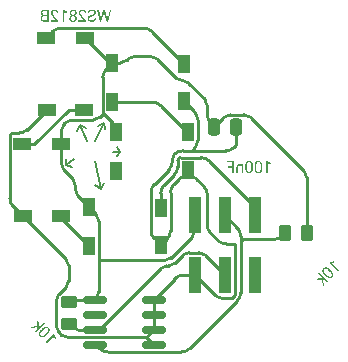
<source format=gbr>
%TF.GenerationSoftware,KiCad,Pcbnew,(6.99.0-2239-g14886e426b)*%
%TF.CreationDate,2022-06-28T00:18:28+01:00*%
%TF.ProjectId,Butterfly_Badge_Addon,42757474-6572-4666-9c79-5f4261646765,rev?*%
%TF.SameCoordinates,Original*%
%TF.FileFunction,Copper,L2,Bot*%
%TF.FilePolarity,Positive*%
%FSLAX46Y46*%
G04 Gerber Fmt 4.6, Leading zero omitted, Abs format (unit mm)*
G04 Created by KiCad (PCBNEW (6.99.0-2239-g14886e426b)) date 2022-06-28 00:18:28*
%MOMM*%
%LPD*%
G01*
G04 APERTURE LIST*
G04 Aperture macros list*
%AMRoundRect*
0 Rectangle with rounded corners*
0 $1 Rounding radius*
0 $2 $3 $4 $5 $6 $7 $8 $9 X,Y pos of 4 corners*
0 Add a 4 corners polygon primitive as box body*
4,1,4,$2,$3,$4,$5,$6,$7,$8,$9,$2,$3,0*
0 Add four circle primitives for the rounded corners*
1,1,$1+$1,$2,$3*
1,1,$1+$1,$4,$5*
1,1,$1+$1,$6,$7*
1,1,$1+$1,$8,$9*
0 Add four rect primitives between the rounded corners*
20,1,$1+$1,$2,$3,$4,$5,0*
20,1,$1+$1,$4,$5,$6,$7,0*
20,1,$1+$1,$6,$7,$8,$9,0*
20,1,$1+$1,$8,$9,$2,$3,0*%
G04 Aperture macros list end*
%TA.AperFunction,NonConductor*%
%ADD10C,0.200000*%
%TD*%
%ADD11C,0.150000*%
%TA.AperFunction,NonConductor*%
%ADD12C,0.150000*%
%TD*%
%TA.AperFunction,SMDPad,CuDef*%
%ADD13RoundRect,0.250000X-0.250000X-0.475000X0.250000X-0.475000X0.250000X0.475000X-0.250000X0.475000X0*%
%TD*%
%TA.AperFunction,SMDPad,CuDef*%
%ADD14R,1.000000X1.500000*%
%TD*%
%TA.AperFunction,SMDPad,CuDef*%
%ADD15R,1.500000X1.000000*%
%TD*%
%TA.AperFunction,SMDPad,CuDef*%
%ADD16RoundRect,0.150000X0.825000X0.150000X-0.825000X0.150000X-0.825000X-0.150000X0.825000X-0.150000X0*%
%TD*%
%TA.AperFunction,SMDPad,CuDef*%
%ADD17RoundRect,0.250000X0.450000X-0.262500X0.450000X0.262500X-0.450000X0.262500X-0.450000X-0.262500X0*%
%TD*%
%TA.AperFunction,SMDPad,CuDef*%
%ADD18RoundRect,0.250000X-0.262500X-0.450000X0.262500X-0.450000X0.262500X0.450000X-0.262500X0.450000X0*%
%TD*%
%TA.AperFunction,SMDPad,CuDef*%
%ADD19R,1.000000X3.150000*%
%TD*%
%TA.AperFunction,Conductor*%
%ADD20C,0.250000*%
%TD*%
G04 APERTURE END LIST*
D10*
X109982000Y-86741000D02*
X109474000Y-86360000D01*
X111633000Y-83566000D02*
X111379000Y-83947000D01*
X109474000Y-82677000D02*
X110236000Y-81153000D01*
X107061000Y-84709000D02*
X107061000Y-84201000D01*
X108204000Y-81280000D02*
X107950000Y-81788000D01*
X111633000Y-83566000D02*
X111379000Y-83185000D01*
X110236000Y-81153000D02*
X109728000Y-81407000D01*
X107696000Y-84201000D02*
X107061000Y-84709000D01*
X108839000Y-82677000D02*
X108204000Y-81280000D01*
X107061000Y-84709000D02*
X107569000Y-84836000D01*
X110236000Y-81153000D02*
X110363000Y-81661000D01*
X109474000Y-84328000D02*
X109982000Y-86741000D01*
X109982000Y-86741000D02*
X110236000Y-86233000D01*
X108204000Y-81280000D02*
X108712000Y-81534000D01*
X110998000Y-83566000D02*
X111633000Y-83566000D01*
D11*
%TO.C,Capacitor*%
D12*
G36*
X124005313Y-85378000D02*
G01*
X124133052Y-85378000D01*
X124133052Y-84538048D01*
X124389262Y-84633792D01*
X124389262Y-84518265D01*
X124025096Y-84377581D01*
X124005313Y-84377581D01*
X124005313Y-85378000D01*
G37*
G36*
X123336400Y-84362054D02*
G01*
X123346314Y-84362370D01*
X123365637Y-84363632D01*
X123384286Y-84365736D01*
X123402262Y-84368681D01*
X123419564Y-84372468D01*
X123436192Y-84377096D01*
X123452147Y-84382566D01*
X123467429Y-84388877D01*
X123482037Y-84396030D01*
X123495971Y-84404024D01*
X123509232Y-84412860D01*
X123521819Y-84422537D01*
X123533732Y-84433055D01*
X123544972Y-84444416D01*
X123555539Y-84456617D01*
X123565431Y-84469660D01*
X123574659Y-84483538D01*
X123583292Y-84498305D01*
X123591329Y-84513962D01*
X123598770Y-84530507D01*
X123605617Y-84547942D01*
X123611868Y-84566266D01*
X123614770Y-84575761D01*
X123617524Y-84585479D01*
X123620128Y-84595419D01*
X123622584Y-84605581D01*
X123624891Y-84615966D01*
X123627049Y-84626573D01*
X123629058Y-84637402D01*
X123630919Y-84648454D01*
X123632631Y-84659728D01*
X123634193Y-84671224D01*
X123635607Y-84682942D01*
X123636872Y-84694883D01*
X123637989Y-84707046D01*
X123638956Y-84719431D01*
X123639775Y-84732039D01*
X123640444Y-84744869D01*
X123640965Y-84757921D01*
X123641337Y-84771195D01*
X123641561Y-84784692D01*
X123641635Y-84798411D01*
X123641635Y-84968893D01*
X123641380Y-84982025D01*
X123640980Y-84994951D01*
X123640435Y-85007672D01*
X123639746Y-85020188D01*
X123638912Y-85032497D01*
X123637934Y-85044601D01*
X123636812Y-85056500D01*
X123635544Y-85068193D01*
X123634132Y-85079680D01*
X123632576Y-85090962D01*
X123630875Y-85102038D01*
X123629030Y-85112908D01*
X123627040Y-85123573D01*
X123624905Y-85134032D01*
X123622626Y-85144286D01*
X123620203Y-85154334D01*
X123617635Y-85164177D01*
X123614922Y-85173813D01*
X123609063Y-85192470D01*
X123602626Y-85210305D01*
X123595611Y-85227317D01*
X123588017Y-85243507D01*
X123579845Y-85258874D01*
X123571096Y-85273419D01*
X123561768Y-85287141D01*
X123556878Y-85293693D01*
X123546612Y-85306172D01*
X123535698Y-85317819D01*
X123524134Y-85328635D01*
X123511922Y-85338618D01*
X123499061Y-85347770D01*
X123485551Y-85356089D01*
X123471393Y-85363577D01*
X123456586Y-85370232D01*
X123441130Y-85376056D01*
X123425025Y-85381048D01*
X123408272Y-85385208D01*
X123390869Y-85388535D01*
X123372818Y-85391031D01*
X123354118Y-85392695D01*
X123334770Y-85393527D01*
X123324852Y-85393631D01*
X123314800Y-85393525D01*
X123304916Y-85393206D01*
X123285651Y-85391929D01*
X123267058Y-85389801D01*
X123249137Y-85386823D01*
X123231887Y-85382993D01*
X123215309Y-85378312D01*
X123199403Y-85372781D01*
X123184168Y-85366398D01*
X123169605Y-85359164D01*
X123155714Y-85351079D01*
X123142494Y-85342144D01*
X123129946Y-85332357D01*
X123118070Y-85321719D01*
X123106865Y-85310230D01*
X123096332Y-85297890D01*
X123086471Y-85284699D01*
X123081783Y-85277778D01*
X123072853Y-85263261D01*
X123064518Y-85247843D01*
X123056778Y-85231524D01*
X123049634Y-85214305D01*
X123043086Y-85196186D01*
X123040034Y-85186788D01*
X123037132Y-85177165D01*
X123034379Y-85167317D01*
X123031774Y-85157244D01*
X123029318Y-85146946D01*
X123027011Y-85136422D01*
X123024853Y-85125674D01*
X123022844Y-85114700D01*
X123020983Y-85103501D01*
X123019272Y-85092077D01*
X123017709Y-85080428D01*
X123016295Y-85068553D01*
X123015030Y-85056454D01*
X123013914Y-85044129D01*
X123012946Y-85031579D01*
X123012128Y-85018804D01*
X123011458Y-85005804D01*
X123010937Y-84992579D01*
X123010762Y-84986234D01*
X123137274Y-84986234D01*
X123137718Y-85005567D01*
X123138502Y-85024244D01*
X123139626Y-85042265D01*
X123141090Y-85059629D01*
X123142893Y-85076337D01*
X123145036Y-85092388D01*
X123147518Y-85107783D01*
X123150341Y-85122521D01*
X123153502Y-85136604D01*
X123157004Y-85150029D01*
X123160845Y-85162799D01*
X123165026Y-85174912D01*
X123169546Y-85186368D01*
X123174406Y-85197168D01*
X123179606Y-85207312D01*
X123185145Y-85216799D01*
X123191043Y-85225643D01*
X123197319Y-85233915D01*
X123203973Y-85241618D01*
X123211004Y-85248749D01*
X123218414Y-85255310D01*
X123226201Y-85261301D01*
X123234366Y-85266721D01*
X123242909Y-85271571D01*
X123251829Y-85275850D01*
X123261128Y-85279558D01*
X123270804Y-85282696D01*
X123280858Y-85285264D01*
X123291290Y-85287260D01*
X123302099Y-85288687D01*
X123313287Y-85289543D01*
X123324852Y-85289828D01*
X123336601Y-85289524D01*
X123347971Y-85288614D01*
X123358964Y-85287097D01*
X123369579Y-85284974D01*
X123379816Y-85282243D01*
X123389676Y-85278906D01*
X123399157Y-85274961D01*
X123408261Y-85270411D01*
X123416987Y-85265253D01*
X123425335Y-85259488D01*
X123433305Y-85253117D01*
X123440898Y-85246139D01*
X123448113Y-85238554D01*
X123454950Y-85230362D01*
X123461409Y-85221564D01*
X123467490Y-85212159D01*
X123473169Y-85202117D01*
X123478481Y-85191409D01*
X123483427Y-85180036D01*
X123488006Y-85167996D01*
X123492220Y-85155291D01*
X123496066Y-85141920D01*
X123499547Y-85127882D01*
X123502661Y-85113179D01*
X123505409Y-85097810D01*
X123507790Y-85081775D01*
X123509805Y-85065074D01*
X123511454Y-85047707D01*
X123512736Y-85029674D01*
X123513652Y-85010975D01*
X123514201Y-84991610D01*
X123514339Y-84981678D01*
X123514385Y-84971579D01*
X123514385Y-84767392D01*
X123514062Y-84748560D01*
X123513400Y-84730348D01*
X123512398Y-84712755D01*
X123511057Y-84695783D01*
X123509376Y-84679432D01*
X123507355Y-84663700D01*
X123504995Y-84648588D01*
X123502295Y-84634097D01*
X123499255Y-84620226D01*
X123495876Y-84606974D01*
X123492157Y-84594343D01*
X123488098Y-84582333D01*
X123483700Y-84570942D01*
X123478962Y-84560171D01*
X123473884Y-84550021D01*
X123468467Y-84540491D01*
X123462674Y-84531529D01*
X123456468Y-84523146D01*
X123449851Y-84515340D01*
X123442821Y-84508113D01*
X123435380Y-84501464D01*
X123427526Y-84495394D01*
X123419260Y-84489901D01*
X123410581Y-84484987D01*
X123401491Y-84480650D01*
X123391988Y-84476892D01*
X123382074Y-84473712D01*
X123371747Y-84471111D01*
X123361008Y-84469087D01*
X123349856Y-84467642D01*
X123338293Y-84466774D01*
X123326318Y-84466485D01*
X123314222Y-84466775D01*
X123302542Y-84467645D01*
X123291278Y-84469096D01*
X123280430Y-84471126D01*
X123269999Y-84473736D01*
X123259983Y-84476927D01*
X123250383Y-84480697D01*
X123241199Y-84485048D01*
X123232431Y-84489978D01*
X123224079Y-84495489D01*
X123216143Y-84501580D01*
X123208623Y-84508251D01*
X123201519Y-84515502D01*
X123194831Y-84523333D01*
X123188559Y-84531744D01*
X123182703Y-84540735D01*
X123177202Y-84550360D01*
X123172055Y-84560671D01*
X123167264Y-84571670D01*
X123162827Y-84583355D01*
X123158746Y-84595728D01*
X123155019Y-84608787D01*
X123151648Y-84622533D01*
X123148631Y-84636967D01*
X123145969Y-84652087D01*
X123143662Y-84667894D01*
X123141710Y-84684388D01*
X123140113Y-84701569D01*
X123138871Y-84719437D01*
X123137983Y-84737992D01*
X123137451Y-84757233D01*
X123137318Y-84767112D01*
X123137274Y-84777162D01*
X123137274Y-84986234D01*
X123010762Y-84986234D01*
X123010565Y-84979128D01*
X123010342Y-84965452D01*
X123010267Y-84951551D01*
X123010267Y-84785955D01*
X123010462Y-84772540D01*
X123010803Y-84759345D01*
X123011288Y-84746370D01*
X123011920Y-84733614D01*
X123012697Y-84721079D01*
X123013619Y-84708764D01*
X123014687Y-84696668D01*
X123015900Y-84684793D01*
X123017259Y-84673137D01*
X123018763Y-84661701D01*
X123020413Y-84650485D01*
X123022208Y-84639489D01*
X123024149Y-84628713D01*
X123026236Y-84618157D01*
X123028467Y-84607821D01*
X123030845Y-84597705D01*
X123033368Y-84587808D01*
X123036036Y-84578132D01*
X123041809Y-84559439D01*
X123048164Y-84541625D01*
X123055101Y-84524691D01*
X123062620Y-84508637D01*
X123070721Y-84493463D01*
X123079404Y-84479168D01*
X123088669Y-84465752D01*
X123098528Y-84453183D01*
X123109052Y-84441424D01*
X123120242Y-84430476D01*
X123132099Y-84420339D01*
X123144621Y-84411012D01*
X123157809Y-84402497D01*
X123171663Y-84394793D01*
X123186183Y-84387900D01*
X123201369Y-84381818D01*
X123217221Y-84376547D01*
X123233739Y-84372086D01*
X123250923Y-84368437D01*
X123268773Y-84365599D01*
X123287288Y-84363571D01*
X123306470Y-84362355D01*
X123316311Y-84362051D01*
X123326318Y-84361949D01*
X123336400Y-84362054D01*
G37*
G36*
X122550915Y-84362054D02*
G01*
X122560829Y-84362370D01*
X122580152Y-84363632D01*
X122598801Y-84365736D01*
X122616777Y-84368681D01*
X122634079Y-84372468D01*
X122650707Y-84377096D01*
X122666662Y-84382566D01*
X122681944Y-84388877D01*
X122696552Y-84396030D01*
X122710486Y-84404024D01*
X122723747Y-84412860D01*
X122736334Y-84422537D01*
X122748247Y-84433055D01*
X122759487Y-84444416D01*
X122770054Y-84456617D01*
X122779946Y-84469660D01*
X122789174Y-84483538D01*
X122797807Y-84498305D01*
X122805844Y-84513962D01*
X122813285Y-84530507D01*
X122820132Y-84547942D01*
X122826383Y-84566266D01*
X122829285Y-84575761D01*
X122832039Y-84585479D01*
X122834643Y-84595419D01*
X122837099Y-84605581D01*
X122839406Y-84615966D01*
X122841564Y-84626573D01*
X122843573Y-84637402D01*
X122845434Y-84648454D01*
X122847146Y-84659728D01*
X122848708Y-84671224D01*
X122850122Y-84682942D01*
X122851387Y-84694883D01*
X122852504Y-84707046D01*
X122853471Y-84719431D01*
X122854290Y-84732039D01*
X122854959Y-84744869D01*
X122855480Y-84757921D01*
X122855852Y-84771195D01*
X122856076Y-84784692D01*
X122856150Y-84798411D01*
X122856150Y-84968893D01*
X122855895Y-84982025D01*
X122855495Y-84994951D01*
X122854950Y-85007672D01*
X122854261Y-85020188D01*
X122853427Y-85032497D01*
X122852449Y-85044601D01*
X122851327Y-85056500D01*
X122850059Y-85068193D01*
X122848647Y-85079680D01*
X122847091Y-85090962D01*
X122845390Y-85102038D01*
X122843545Y-85112908D01*
X122841555Y-85123573D01*
X122839420Y-85134032D01*
X122837141Y-85144286D01*
X122834718Y-85154334D01*
X122832150Y-85164177D01*
X122829437Y-85173813D01*
X122823578Y-85192470D01*
X122817141Y-85210305D01*
X122810126Y-85227317D01*
X122802532Y-85243507D01*
X122794360Y-85258874D01*
X122785611Y-85273419D01*
X122776283Y-85287141D01*
X122771393Y-85293693D01*
X122761127Y-85306172D01*
X122750213Y-85317819D01*
X122738649Y-85328635D01*
X122726437Y-85338618D01*
X122713576Y-85347770D01*
X122700066Y-85356089D01*
X122685908Y-85363577D01*
X122671101Y-85370232D01*
X122655645Y-85376056D01*
X122639540Y-85381048D01*
X122622787Y-85385208D01*
X122605384Y-85388535D01*
X122587333Y-85391031D01*
X122568633Y-85392695D01*
X122549285Y-85393527D01*
X122539367Y-85393631D01*
X122529315Y-85393525D01*
X122519431Y-85393206D01*
X122500166Y-85391929D01*
X122481573Y-85389801D01*
X122463652Y-85386823D01*
X122446402Y-85382993D01*
X122429824Y-85378312D01*
X122413918Y-85372781D01*
X122398683Y-85366398D01*
X122384120Y-85359164D01*
X122370229Y-85351079D01*
X122357009Y-85342144D01*
X122344461Y-85332357D01*
X122332585Y-85321719D01*
X122321380Y-85310230D01*
X122310847Y-85297890D01*
X122300986Y-85284699D01*
X122296298Y-85277778D01*
X122287368Y-85263261D01*
X122279033Y-85247843D01*
X122271293Y-85231524D01*
X122264149Y-85214305D01*
X122257601Y-85196186D01*
X122254549Y-85186788D01*
X122251647Y-85177165D01*
X122248894Y-85167317D01*
X122246289Y-85157244D01*
X122243833Y-85146946D01*
X122241526Y-85136422D01*
X122239368Y-85125674D01*
X122237359Y-85114700D01*
X122235498Y-85103501D01*
X122233787Y-85092077D01*
X122232224Y-85080428D01*
X122230810Y-85068553D01*
X122229545Y-85056454D01*
X122228429Y-85044129D01*
X122227461Y-85031579D01*
X122226643Y-85018804D01*
X122225973Y-85005804D01*
X122225452Y-84992579D01*
X122225277Y-84986234D01*
X122351789Y-84986234D01*
X122352233Y-85005567D01*
X122353017Y-85024244D01*
X122354141Y-85042265D01*
X122355605Y-85059629D01*
X122357408Y-85076337D01*
X122359551Y-85092388D01*
X122362033Y-85107783D01*
X122364856Y-85122521D01*
X122368017Y-85136604D01*
X122371519Y-85150029D01*
X122375360Y-85162799D01*
X122379541Y-85174912D01*
X122384061Y-85186368D01*
X122388921Y-85197168D01*
X122394121Y-85207312D01*
X122399660Y-85216799D01*
X122405558Y-85225643D01*
X122411834Y-85233915D01*
X122418488Y-85241618D01*
X122425519Y-85248749D01*
X122432929Y-85255310D01*
X122440716Y-85261301D01*
X122448881Y-85266721D01*
X122457424Y-85271571D01*
X122466344Y-85275850D01*
X122475643Y-85279558D01*
X122485319Y-85282696D01*
X122495373Y-85285264D01*
X122505805Y-85287260D01*
X122516614Y-85288687D01*
X122527802Y-85289543D01*
X122539367Y-85289828D01*
X122551116Y-85289524D01*
X122562486Y-85288614D01*
X122573479Y-85287097D01*
X122584094Y-85284974D01*
X122594331Y-85282243D01*
X122604191Y-85278906D01*
X122613672Y-85274961D01*
X122622776Y-85270411D01*
X122631502Y-85265253D01*
X122639850Y-85259488D01*
X122647820Y-85253117D01*
X122655413Y-85246139D01*
X122662628Y-85238554D01*
X122669465Y-85230362D01*
X122675924Y-85221564D01*
X122682005Y-85212159D01*
X122687684Y-85202117D01*
X122692996Y-85191409D01*
X122697942Y-85180036D01*
X122702521Y-85167996D01*
X122706735Y-85155291D01*
X122710581Y-85141920D01*
X122714062Y-85127882D01*
X122717176Y-85113179D01*
X122719924Y-85097810D01*
X122722305Y-85081775D01*
X122724320Y-85065074D01*
X122725969Y-85047707D01*
X122727251Y-85029674D01*
X122728167Y-85010975D01*
X122728716Y-84991610D01*
X122728854Y-84981678D01*
X122728900Y-84971579D01*
X122728900Y-84767392D01*
X122728577Y-84748560D01*
X122727915Y-84730348D01*
X122726913Y-84712755D01*
X122725572Y-84695783D01*
X122723891Y-84679432D01*
X122721870Y-84663700D01*
X122719510Y-84648588D01*
X122716810Y-84634097D01*
X122713770Y-84620226D01*
X122710391Y-84606974D01*
X122706672Y-84594343D01*
X122702613Y-84582333D01*
X122698215Y-84570942D01*
X122693477Y-84560171D01*
X122688399Y-84550021D01*
X122682982Y-84540491D01*
X122677189Y-84531529D01*
X122670983Y-84523146D01*
X122664366Y-84515340D01*
X122657336Y-84508113D01*
X122649895Y-84501464D01*
X122642041Y-84495394D01*
X122633775Y-84489901D01*
X122625096Y-84484987D01*
X122616006Y-84480650D01*
X122606503Y-84476892D01*
X122596589Y-84473712D01*
X122586262Y-84471111D01*
X122575523Y-84469087D01*
X122564371Y-84467642D01*
X122552808Y-84466774D01*
X122540833Y-84466485D01*
X122528737Y-84466775D01*
X122517057Y-84467645D01*
X122505793Y-84469096D01*
X122494945Y-84471126D01*
X122484514Y-84473736D01*
X122474498Y-84476927D01*
X122464898Y-84480697D01*
X122455714Y-84485048D01*
X122446946Y-84489978D01*
X122438594Y-84495489D01*
X122430658Y-84501580D01*
X122423138Y-84508251D01*
X122416034Y-84515502D01*
X122409346Y-84523333D01*
X122403074Y-84531744D01*
X122397218Y-84540735D01*
X122391717Y-84550360D01*
X122386570Y-84560671D01*
X122381779Y-84571670D01*
X122377342Y-84583355D01*
X122373261Y-84595728D01*
X122369534Y-84608787D01*
X122366163Y-84622533D01*
X122363146Y-84636967D01*
X122360484Y-84652087D01*
X122358177Y-84667894D01*
X122356225Y-84684388D01*
X122354628Y-84701569D01*
X122353386Y-84719437D01*
X122352498Y-84737992D01*
X122351966Y-84757233D01*
X122351833Y-84767112D01*
X122351789Y-84777162D01*
X122351789Y-84986234D01*
X122225277Y-84986234D01*
X122225080Y-84979128D01*
X122224857Y-84965452D01*
X122224782Y-84951551D01*
X122224782Y-84785955D01*
X122224977Y-84772540D01*
X122225318Y-84759345D01*
X122225803Y-84746370D01*
X122226435Y-84733614D01*
X122227212Y-84721079D01*
X122228134Y-84708764D01*
X122229202Y-84696668D01*
X122230415Y-84684793D01*
X122231774Y-84673137D01*
X122233278Y-84661701D01*
X122234928Y-84650485D01*
X122236723Y-84639489D01*
X122238664Y-84628713D01*
X122240751Y-84618157D01*
X122242982Y-84607821D01*
X122245360Y-84597705D01*
X122247883Y-84587808D01*
X122250551Y-84578132D01*
X122256324Y-84559439D01*
X122262679Y-84541625D01*
X122269616Y-84524691D01*
X122277135Y-84508637D01*
X122285236Y-84493463D01*
X122293919Y-84479168D01*
X122303184Y-84465752D01*
X122313043Y-84453183D01*
X122323567Y-84441424D01*
X122334757Y-84430476D01*
X122346614Y-84420339D01*
X122359136Y-84411012D01*
X122372324Y-84402497D01*
X122386178Y-84394793D01*
X122400698Y-84387900D01*
X122415884Y-84381818D01*
X122431736Y-84376547D01*
X122448254Y-84372086D01*
X122465438Y-84368437D01*
X122483288Y-84365599D01*
X122501803Y-84363571D01*
X122520985Y-84362355D01*
X122530826Y-84362051D01*
X122540833Y-84361949D01*
X122550915Y-84362054D01*
G37*
G36*
X121933156Y-84627685D02*
G01*
X121929004Y-84733931D01*
X121918146Y-84721065D01*
X121906881Y-84709030D01*
X121895210Y-84697824D01*
X121883132Y-84687449D01*
X121870648Y-84677903D01*
X121857758Y-84669188D01*
X121844461Y-84661302D01*
X121830758Y-84654247D01*
X121816648Y-84648022D01*
X121802132Y-84642626D01*
X121787209Y-84638061D01*
X121771880Y-84634326D01*
X121756144Y-84631421D01*
X121740002Y-84629346D01*
X121723454Y-84628100D01*
X121706499Y-84627685D01*
X121691996Y-84627943D01*
X121677950Y-84628715D01*
X121664361Y-84630002D01*
X121651228Y-84631803D01*
X121638551Y-84634120D01*
X121626331Y-84636950D01*
X121614568Y-84640296D01*
X121603261Y-84644157D01*
X121592410Y-84648532D01*
X121582016Y-84653422D01*
X121572079Y-84658826D01*
X121562598Y-84664746D01*
X121553574Y-84671180D01*
X121545006Y-84678128D01*
X121536895Y-84685592D01*
X121529240Y-84693570D01*
X121522041Y-84702063D01*
X121515300Y-84711071D01*
X121509015Y-84720593D01*
X121503186Y-84730630D01*
X121497814Y-84741182D01*
X121492898Y-84752248D01*
X121488439Y-84763830D01*
X121484436Y-84775926D01*
X121480890Y-84788536D01*
X121477801Y-84801662D01*
X121475168Y-84815302D01*
X121472991Y-84829457D01*
X121471271Y-84844126D01*
X121470008Y-84859311D01*
X121469201Y-84875010D01*
X121468851Y-84891224D01*
X121468851Y-85378000D01*
X121595857Y-85378000D01*
X121595857Y-84891224D01*
X121596306Y-84876703D01*
X121597377Y-84862908D01*
X121599071Y-84849838D01*
X121601387Y-84837494D01*
X121604326Y-84825875D01*
X121607887Y-84814983D01*
X121612071Y-84804815D01*
X121616877Y-84795373D01*
X121622306Y-84786657D01*
X121628357Y-84778667D01*
X121632738Y-84773743D01*
X121639824Y-84766933D01*
X121647618Y-84760794D01*
X121656121Y-84755324D01*
X121665333Y-84750524D01*
X121675252Y-84746394D01*
X121685881Y-84742934D01*
X121697217Y-84740143D01*
X121709262Y-84738022D01*
X121722015Y-84736571D01*
X121735477Y-84735790D01*
X121744845Y-84735641D01*
X121756342Y-84735928D01*
X121767568Y-84736791D01*
X121778524Y-84738230D01*
X121789210Y-84740243D01*
X121799624Y-84742832D01*
X121809769Y-84745996D01*
X121819643Y-84749736D01*
X121829246Y-84754051D01*
X121838579Y-84758941D01*
X121847642Y-84764406D01*
X121853533Y-84768369D01*
X121862100Y-84774640D01*
X121870306Y-84781272D01*
X121878151Y-84788265D01*
X121885636Y-84795618D01*
X121892760Y-84803331D01*
X121899523Y-84811406D01*
X121905926Y-84819841D01*
X121911968Y-84828636D01*
X121917650Y-84837793D01*
X121922971Y-84847309D01*
X121926318Y-84853854D01*
X121926318Y-85378000D01*
X122053324Y-85378000D01*
X122053324Y-84627685D01*
X121933156Y-84627685D01*
G37*
G36*
X120709988Y-84938851D02*
G01*
X121129842Y-84938851D01*
X121129842Y-85378000D01*
X121261733Y-85378000D01*
X121261733Y-84377581D01*
X120642089Y-84377581D01*
X120642089Y-84486025D01*
X121129842Y-84486025D01*
X121129842Y-84830896D01*
X120709988Y-84830896D01*
X120709988Y-84938851D01*
G37*
D11*
%TO.C,D4*%
D12*
G36*
X110561095Y-72249682D02*
G01*
X110541800Y-72381573D01*
X110513467Y-72262627D01*
X110315631Y-71564581D01*
X110204500Y-71564581D01*
X110011548Y-72262627D01*
X109983949Y-72383527D01*
X109962700Y-72248949D01*
X109807361Y-71564581D01*
X109674737Y-71564581D01*
X109917271Y-72565000D01*
X110037438Y-72565000D01*
X110243579Y-71835935D01*
X110259455Y-71759731D01*
X110275331Y-71835935D01*
X110488799Y-72565000D01*
X110608966Y-72565000D01*
X110850767Y-71564581D01*
X110718876Y-71564581D01*
X110561095Y-72249682D01*
G37*
G36*
X109240229Y-72119256D02*
G01*
X109250749Y-72116181D01*
X109261087Y-72113062D01*
X109271246Y-72109900D01*
X109281224Y-72106693D01*
X109291022Y-72103443D01*
X109300639Y-72100148D01*
X109310077Y-72096810D01*
X109319334Y-72093428D01*
X109337306Y-72086532D01*
X109354558Y-72079460D01*
X109371088Y-72072213D01*
X109386897Y-72064790D01*
X109401985Y-72057192D01*
X109416351Y-72049418D01*
X109429997Y-72041469D01*
X109442920Y-72033344D01*
X109455123Y-72025043D01*
X109466604Y-72016567D01*
X109477364Y-72007916D01*
X109487403Y-71999089D01*
X109496749Y-71990014D01*
X109505492Y-71980679D01*
X109513633Y-71971085D01*
X109521170Y-71961231D01*
X109528104Y-71951118D01*
X109534435Y-71940745D01*
X109540163Y-71930113D01*
X109545289Y-71919221D01*
X109549811Y-71908070D01*
X109553730Y-71896659D01*
X109557047Y-71884989D01*
X109559760Y-71873060D01*
X109561871Y-71860870D01*
X109563378Y-71848422D01*
X109564282Y-71835713D01*
X109564584Y-71822745D01*
X109564215Y-71808069D01*
X109563107Y-71793715D01*
X109561261Y-71779683D01*
X109558676Y-71765974D01*
X109555353Y-71752588D01*
X109551292Y-71739524D01*
X109546492Y-71726782D01*
X109540953Y-71714363D01*
X109534677Y-71702266D01*
X109527661Y-71690492D01*
X109519907Y-71679040D01*
X109511415Y-71667911D01*
X109502185Y-71657104D01*
X109492216Y-71646620D01*
X109481508Y-71636458D01*
X109470062Y-71626618D01*
X109458025Y-71617213D01*
X109445546Y-71608415D01*
X109432624Y-71600223D01*
X109419259Y-71592638D01*
X109405452Y-71585660D01*
X109391202Y-71579289D01*
X109376509Y-71573524D01*
X109361374Y-71568367D01*
X109345796Y-71563816D01*
X109329775Y-71559871D01*
X109313311Y-71556534D01*
X109296405Y-71553804D01*
X109279056Y-71551680D01*
X109261265Y-71550163D01*
X109243031Y-71549253D01*
X109224354Y-71548949D01*
X109211587Y-71549105D01*
X109198994Y-71549571D01*
X109186575Y-71550349D01*
X109174330Y-71551437D01*
X109162258Y-71552837D01*
X109150359Y-71554548D01*
X109138635Y-71556569D01*
X109127084Y-71558902D01*
X109115707Y-71561546D01*
X109104503Y-71564501D01*
X109093473Y-71567766D01*
X109082616Y-71571343D01*
X109071934Y-71575231D01*
X109061425Y-71579430D01*
X109051089Y-71583940D01*
X109040927Y-71588761D01*
X109030965Y-71593856D01*
X109021289Y-71599187D01*
X109011899Y-71604755D01*
X109002795Y-71610560D01*
X108993977Y-71616601D01*
X108985446Y-71622879D01*
X108977201Y-71629393D01*
X108969242Y-71636144D01*
X108961569Y-71643132D01*
X108954183Y-71650356D01*
X108947083Y-71657817D01*
X108940269Y-71665514D01*
X108933741Y-71673448D01*
X108927499Y-71681619D01*
X108921544Y-71690026D01*
X108915875Y-71698670D01*
X108910492Y-71707483D01*
X108905456Y-71716397D01*
X108900768Y-71725412D01*
X108896427Y-71734528D01*
X108892433Y-71743745D01*
X108888787Y-71753064D01*
X108885488Y-71762483D01*
X108882536Y-71772004D01*
X108879931Y-71781626D01*
X108877674Y-71791349D01*
X108875764Y-71801173D01*
X108874201Y-71811098D01*
X108872985Y-71821125D01*
X108872117Y-71831252D01*
X108871596Y-71841481D01*
X108871423Y-71851810D01*
X109004047Y-71851810D01*
X109004272Y-71840635D01*
X109004947Y-71829764D01*
X109006073Y-71819195D01*
X109007649Y-71808931D01*
X109009676Y-71798969D01*
X109012152Y-71789311D01*
X109015079Y-71779956D01*
X109020314Y-71766493D01*
X109026563Y-71753713D01*
X109033824Y-71741615D01*
X109042099Y-71730199D01*
X109051387Y-71719467D01*
X109061688Y-71709417D01*
X109072912Y-71700120D01*
X109080858Y-71694430D01*
X109089173Y-71689146D01*
X109097859Y-71684269D01*
X109106915Y-71679798D01*
X109116342Y-71675733D01*
X109126138Y-71672076D01*
X109136305Y-71668824D01*
X109146841Y-71665979D01*
X109157748Y-71663540D01*
X109169025Y-71661508D01*
X109180673Y-71659882D01*
X109192690Y-71658663D01*
X109205078Y-71657850D01*
X109217836Y-71657444D01*
X109224354Y-71657393D01*
X109236398Y-71657562D01*
X109248106Y-71658069D01*
X109259479Y-71658913D01*
X109270516Y-71660095D01*
X109281216Y-71661615D01*
X109291581Y-71663472D01*
X109301611Y-71665668D01*
X109311304Y-71668201D01*
X109320662Y-71671072D01*
X109334068Y-71676011D01*
X109346719Y-71681711D01*
X109358615Y-71688170D01*
X109369754Y-71695389D01*
X109376761Y-71700624D01*
X109386495Y-71709024D01*
X109395271Y-71718012D01*
X109403090Y-71727588D01*
X109409951Y-71737753D01*
X109415856Y-71748505D01*
X109420802Y-71759846D01*
X109424791Y-71771775D01*
X109427823Y-71784293D01*
X109429898Y-71797398D01*
X109431015Y-71811091D01*
X109431227Y-71820547D01*
X109430772Y-71831920D01*
X109429407Y-71842958D01*
X109427131Y-71853662D01*
X109423946Y-71864030D01*
X109419850Y-71874064D01*
X109414844Y-71883762D01*
X109408928Y-71893126D01*
X109402101Y-71902155D01*
X109394365Y-71910849D01*
X109385718Y-71919208D01*
X109379448Y-71924595D01*
X109369056Y-71932501D01*
X109357389Y-71940283D01*
X109348902Y-71945401D01*
X109339849Y-71950464D01*
X109330229Y-71955472D01*
X109320042Y-71960425D01*
X109309289Y-71965322D01*
X109297969Y-71970164D01*
X109286082Y-71974951D01*
X109273629Y-71979682D01*
X109260608Y-71984358D01*
X109247021Y-71988979D01*
X109232868Y-71993544D01*
X109218147Y-71998054D01*
X109202860Y-72002508D01*
X109187472Y-72006933D01*
X109172509Y-72011415D01*
X109157972Y-72015955D01*
X109143860Y-72020552D01*
X109130174Y-72025206D01*
X109116913Y-72029917D01*
X109104078Y-72034685D01*
X109091669Y-72039511D01*
X109079685Y-72044394D01*
X109068126Y-72049334D01*
X109056993Y-72054332D01*
X109046285Y-72059386D01*
X109036003Y-72064498D01*
X109026147Y-72069667D01*
X109016716Y-72074894D01*
X109007710Y-72080177D01*
X108999060Y-72085515D01*
X108990693Y-72090966D01*
X108982611Y-72096529D01*
X108971022Y-72105085D01*
X108960071Y-72113894D01*
X108949761Y-72122957D01*
X108940090Y-72132273D01*
X108931059Y-72141842D01*
X108922668Y-72151664D01*
X108914916Y-72161740D01*
X108907804Y-72172069D01*
X108903419Y-72179096D01*
X108897308Y-72189851D01*
X108891798Y-72200957D01*
X108886889Y-72212416D01*
X108882582Y-72224227D01*
X108878875Y-72236390D01*
X108875769Y-72248905D01*
X108873265Y-72261772D01*
X108871362Y-72274992D01*
X108870059Y-72288563D01*
X108869358Y-72302486D01*
X108869225Y-72311964D01*
X108869596Y-72327010D01*
X108870709Y-72341678D01*
X108872565Y-72355968D01*
X108875163Y-72369880D01*
X108878503Y-72383414D01*
X108882585Y-72396571D01*
X108887410Y-72409350D01*
X108892977Y-72421751D01*
X108899286Y-72433774D01*
X108906338Y-72445420D01*
X108914132Y-72456687D01*
X108922668Y-72467577D01*
X108931946Y-72478089D01*
X108941967Y-72488223D01*
X108952730Y-72497980D01*
X108964235Y-72507358D01*
X108976330Y-72516231D01*
X108988923Y-72524532D01*
X109002013Y-72532260D01*
X109015602Y-72539415D01*
X109029689Y-72545998D01*
X109044274Y-72552009D01*
X109059357Y-72557447D01*
X109074938Y-72562313D01*
X109091017Y-72566606D01*
X109107594Y-72570327D01*
X109124669Y-72573475D01*
X109142242Y-72576051D01*
X109160313Y-72578055D01*
X109178882Y-72579486D01*
X109197950Y-72580345D01*
X109217515Y-72580631D01*
X109230345Y-72580477D01*
X109243069Y-72580017D01*
X109255685Y-72579249D01*
X109268195Y-72578173D01*
X109280598Y-72576791D01*
X109292894Y-72575101D01*
X109305084Y-72573104D01*
X109317166Y-72570800D01*
X109329141Y-72568189D01*
X109341010Y-72565270D01*
X109352772Y-72562045D01*
X109364427Y-72558512D01*
X109375975Y-72554672D01*
X109387416Y-72550524D01*
X109398751Y-72546070D01*
X109409978Y-72541308D01*
X109420963Y-72536248D01*
X109431632Y-72530962D01*
X109441984Y-72525448D01*
X109452018Y-72519708D01*
X109461737Y-72513740D01*
X109471138Y-72507545D01*
X109480223Y-72501123D01*
X109488991Y-72494474D01*
X109497442Y-72487598D01*
X109505576Y-72480495D01*
X109513394Y-72473165D01*
X109520895Y-72465608D01*
X109528079Y-72457824D01*
X109534947Y-72449812D01*
X109541497Y-72441574D01*
X109547731Y-72433108D01*
X109553587Y-72424427D01*
X109559066Y-72415603D01*
X109564166Y-72406636D01*
X109568889Y-72397525D01*
X109573234Y-72388272D01*
X109577201Y-72378875D01*
X109580790Y-72369335D01*
X109584001Y-72359652D01*
X109586835Y-72349826D01*
X109589291Y-72339857D01*
X109591369Y-72329745D01*
X109593069Y-72319490D01*
X109594391Y-72309091D01*
X109595336Y-72298550D01*
X109595902Y-72287865D01*
X109596091Y-72277037D01*
X109463467Y-72277037D01*
X109463206Y-72288215D01*
X109462422Y-72299095D01*
X109461115Y-72309678D01*
X109459285Y-72319963D01*
X109456932Y-72329950D01*
X109454056Y-72339640D01*
X109450658Y-72349032D01*
X109446737Y-72358126D01*
X109442293Y-72366922D01*
X109437326Y-72375421D01*
X109431836Y-72383622D01*
X109425823Y-72391526D01*
X109419288Y-72399132D01*
X109412230Y-72406440D01*
X109404649Y-72413451D01*
X109396545Y-72420163D01*
X109388003Y-72426522D01*
X109379108Y-72432471D01*
X109369860Y-72438009D01*
X109360259Y-72443138D01*
X109350306Y-72447855D01*
X109339999Y-72452163D01*
X109329339Y-72456061D01*
X109318326Y-72459548D01*
X109306960Y-72462625D01*
X109295241Y-72465291D01*
X109283169Y-72467548D01*
X109270744Y-72469394D01*
X109257967Y-72470830D01*
X109244836Y-72471855D01*
X109231352Y-72472471D01*
X109217515Y-72472676D01*
X109204668Y-72472509D01*
X109192201Y-72472008D01*
X109180114Y-72471173D01*
X109168407Y-72470004D01*
X109157079Y-72468502D01*
X109146131Y-72466665D01*
X109135563Y-72464495D01*
X109125374Y-72461990D01*
X109115565Y-72459152D01*
X109106136Y-72455979D01*
X109092705Y-72450595D01*
X109080127Y-72444459D01*
X109068404Y-72437572D01*
X109057536Y-72429933D01*
X109047584Y-72421646D01*
X109038611Y-72412814D01*
X109030617Y-72403437D01*
X109023601Y-72393514D01*
X109017565Y-72383046D01*
X109012507Y-72372033D01*
X109008429Y-72360475D01*
X109005329Y-72348371D01*
X109003208Y-72335722D01*
X109002066Y-72322528D01*
X109001848Y-72313429D01*
X109002301Y-72299850D01*
X109003660Y-72286862D01*
X109005925Y-72274467D01*
X109009096Y-72262665D01*
X109013172Y-72251455D01*
X109018154Y-72240838D01*
X109024043Y-72230813D01*
X109030837Y-72221380D01*
X109038537Y-72212540D01*
X109047143Y-72204293D01*
X109053384Y-72199124D01*
X109063783Y-72191532D01*
X109075655Y-72183963D01*
X109084387Y-72178928D01*
X109093774Y-72173903D01*
X109103816Y-72168887D01*
X109114512Y-72163881D01*
X109125863Y-72158885D01*
X109137868Y-72153898D01*
X109150527Y-72148920D01*
X109163841Y-72143952D01*
X109177810Y-72138994D01*
X109192433Y-72134045D01*
X109207711Y-72129106D01*
X109223643Y-72124176D01*
X109240229Y-72119256D01*
G37*
G36*
X108082274Y-72565000D02*
G01*
X108737578Y-72565000D01*
X108737578Y-72473653D01*
X108391241Y-72087993D01*
X108381811Y-72077191D01*
X108372755Y-72066645D01*
X108364073Y-72056354D01*
X108355765Y-72046319D01*
X108347831Y-72036540D01*
X108340271Y-72027016D01*
X108333085Y-72017749D01*
X108326273Y-72008736D01*
X108319835Y-71999980D01*
X108313770Y-71991479D01*
X108308080Y-71983234D01*
X108300246Y-71971346D01*
X108293254Y-71960033D01*
X108287103Y-71949295D01*
X108285240Y-71945844D01*
X108280002Y-71935551D01*
X108275279Y-71925190D01*
X108271072Y-71914760D01*
X108267380Y-71904262D01*
X108264203Y-71893694D01*
X108261541Y-71883058D01*
X108259394Y-71872353D01*
X108257763Y-71861580D01*
X108256646Y-71850738D01*
X108256045Y-71839827D01*
X108255931Y-71832515D01*
X108256347Y-71818062D01*
X108257597Y-71804102D01*
X108259679Y-71790636D01*
X108262594Y-71777664D01*
X108266342Y-71765185D01*
X108270923Y-71753200D01*
X108276337Y-71741709D01*
X108282584Y-71730712D01*
X108289663Y-71720208D01*
X108297576Y-71710198D01*
X108303314Y-71703799D01*
X108312477Y-71694808D01*
X108322199Y-71686700D01*
X108332478Y-71679477D01*
X108343316Y-71673139D01*
X108354712Y-71667685D01*
X108366666Y-71663116D01*
X108379178Y-71659431D01*
X108392249Y-71656630D01*
X108405877Y-71654714D01*
X108420064Y-71653682D01*
X108429832Y-71653485D01*
X108441512Y-71653696D01*
X108452863Y-71654329D01*
X108463883Y-71655383D01*
X108474574Y-71656859D01*
X108484934Y-71658756D01*
X108494964Y-71661076D01*
X108504664Y-71663817D01*
X108514034Y-71666980D01*
X108527470Y-71672514D01*
X108540164Y-71678998D01*
X108552114Y-71686431D01*
X108563322Y-71694812D01*
X108573787Y-71704142D01*
X108577110Y-71707463D01*
X108586495Y-71717911D01*
X108594956Y-71729107D01*
X108602494Y-71741050D01*
X108609110Y-71753739D01*
X108614802Y-71767176D01*
X108618084Y-71776549D01*
X108620956Y-71786254D01*
X108623417Y-71796290D01*
X108625468Y-71806659D01*
X108627109Y-71817360D01*
X108628340Y-71828393D01*
X108629161Y-71839758D01*
X108629571Y-71851455D01*
X108629622Y-71857428D01*
X108756629Y-71857428D01*
X108756281Y-71840384D01*
X108755239Y-71823753D01*
X108753503Y-71807534D01*
X108751072Y-71791727D01*
X108747946Y-71776332D01*
X108744126Y-71761349D01*
X108739612Y-71746778D01*
X108734402Y-71732620D01*
X108728499Y-71718874D01*
X108721900Y-71705539D01*
X108714607Y-71692617D01*
X108706620Y-71680108D01*
X108697938Y-71668010D01*
X108688561Y-71656325D01*
X108678490Y-71645051D01*
X108667724Y-71634190D01*
X108656376Y-71623868D01*
X108644559Y-71614212D01*
X108632273Y-71605221D01*
X108619517Y-71596897D01*
X108606291Y-71589239D01*
X108592597Y-71582246D01*
X108578432Y-71575920D01*
X108563799Y-71570259D01*
X108548696Y-71565265D01*
X108533123Y-71560936D01*
X108517082Y-71557274D01*
X108500570Y-71554277D01*
X108483590Y-71551946D01*
X108466140Y-71550281D01*
X108448220Y-71549282D01*
X108429832Y-71548949D01*
X108412627Y-71549236D01*
X108395878Y-71550098D01*
X108379585Y-71551534D01*
X108363749Y-71553544D01*
X108348368Y-71556129D01*
X108333443Y-71559288D01*
X108318975Y-71563021D01*
X108304962Y-71567329D01*
X108291406Y-71572211D01*
X108278306Y-71577667D01*
X108265661Y-71583698D01*
X108253473Y-71590303D01*
X108241741Y-71597482D01*
X108230465Y-71605236D01*
X108219644Y-71613564D01*
X108209280Y-71622466D01*
X108199461Y-71631815D01*
X108190275Y-71641544D01*
X108181723Y-71651652D01*
X108173804Y-71662141D01*
X108166519Y-71673008D01*
X108159867Y-71684256D01*
X108153849Y-71695883D01*
X108148464Y-71707890D01*
X108143713Y-71720277D01*
X108139595Y-71733043D01*
X108136111Y-71746190D01*
X108133260Y-71759716D01*
X108131042Y-71773621D01*
X108129459Y-71787907D01*
X108128508Y-71802572D01*
X108128192Y-71817616D01*
X108128927Y-71836338D01*
X108131134Y-71855501D01*
X108132789Y-71865247D01*
X108134812Y-71875104D01*
X108137203Y-71885071D01*
X108139961Y-71895148D01*
X108143087Y-71905336D01*
X108146581Y-71915633D01*
X108150443Y-71926041D01*
X108154673Y-71936559D01*
X108159270Y-71947187D01*
X108164236Y-71957925D01*
X108169569Y-71968774D01*
X108175270Y-71979733D01*
X108181338Y-71990802D01*
X108187775Y-72001981D01*
X108194579Y-72013270D01*
X108201751Y-72024669D01*
X108209291Y-72036179D01*
X108217198Y-72047799D01*
X108225474Y-72059529D01*
X108234117Y-72071369D01*
X108243128Y-72083320D01*
X108252507Y-72095381D01*
X108262253Y-72107551D01*
X108272368Y-72119833D01*
X108282850Y-72132224D01*
X108293700Y-72144725D01*
X108304917Y-72157337D01*
X108316503Y-72170059D01*
X108584193Y-72461196D01*
X108082274Y-72461196D01*
X108082274Y-72565000D01*
G37*
G36*
X107656571Y-71549243D02*
G01*
X107672545Y-71550125D01*
X107688117Y-71551594D01*
X107703285Y-71553651D01*
X107718052Y-71556296D01*
X107732415Y-71559528D01*
X107746376Y-71563348D01*
X107759935Y-71567756D01*
X107773090Y-71572751D01*
X107785843Y-71578335D01*
X107798194Y-71584506D01*
X107810142Y-71591264D01*
X107821687Y-71598611D01*
X107832830Y-71606545D01*
X107843570Y-71615067D01*
X107853907Y-71624176D01*
X107863697Y-71633756D01*
X107872855Y-71643750D01*
X107881381Y-71654158D01*
X107889276Y-71664980D01*
X107896540Y-71676216D01*
X107903172Y-71687866D01*
X107909172Y-71699930D01*
X107914540Y-71712409D01*
X107919277Y-71725301D01*
X107923383Y-71738608D01*
X107926856Y-71752328D01*
X107929699Y-71766463D01*
X107931909Y-71781011D01*
X107933488Y-71795974D01*
X107934436Y-71811351D01*
X107934751Y-71827142D01*
X107934602Y-71836453D01*
X107933815Y-71850186D01*
X107932355Y-71863641D01*
X107930220Y-71876816D01*
X107927412Y-71889713D01*
X107923929Y-71902330D01*
X107919772Y-71914669D01*
X107914942Y-71926728D01*
X107909437Y-71938508D01*
X107903258Y-71950009D01*
X107896405Y-71961231D01*
X107891473Y-71968519D01*
X107883666Y-71979076D01*
X107875370Y-71989182D01*
X107866584Y-71998837D01*
X107857309Y-72008041D01*
X107847545Y-72016794D01*
X107837291Y-72025097D01*
X107826548Y-72032949D01*
X107815315Y-72040350D01*
X107803592Y-72047300D01*
X107791381Y-72053799D01*
X107796233Y-72055922D01*
X107805739Y-72060352D01*
X107814982Y-72065031D01*
X107823962Y-72069958D01*
X107832678Y-72075133D01*
X107841131Y-72080556D01*
X107849321Y-72086227D01*
X107857248Y-72092146D01*
X107864911Y-72098313D01*
X107872311Y-72104728D01*
X107882917Y-72114816D01*
X107892930Y-72125462D01*
X107902351Y-72136666D01*
X107908303Y-72144446D01*
X107913991Y-72152473D01*
X107919344Y-72160655D01*
X107926726Y-72173158D01*
X107933332Y-72185935D01*
X107939160Y-72198986D01*
X107944211Y-72212313D01*
X107948485Y-72225914D01*
X107951982Y-72239790D01*
X107954702Y-72253941D01*
X107956645Y-72268367D01*
X107957508Y-72278136D01*
X107958026Y-72288028D01*
X107958199Y-72298042D01*
X107957859Y-72313929D01*
X107956840Y-72329412D01*
X107955142Y-72344490D01*
X107952764Y-72359164D01*
X107949707Y-72373433D01*
X107945971Y-72387298D01*
X107941556Y-72400758D01*
X107936461Y-72413813D01*
X107930687Y-72426464D01*
X107924234Y-72438711D01*
X107917101Y-72450553D01*
X107909289Y-72461990D01*
X107900798Y-72473023D01*
X107891627Y-72483651D01*
X107881777Y-72493875D01*
X107871248Y-72503695D01*
X107860156Y-72513011D01*
X107848618Y-72521727D01*
X107836633Y-72529841D01*
X107824201Y-72537354D01*
X107811323Y-72544267D01*
X107797998Y-72550578D01*
X107784227Y-72556288D01*
X107770010Y-72561397D01*
X107755345Y-72565905D01*
X107740235Y-72569812D01*
X107724678Y-72573118D01*
X107708674Y-72575823D01*
X107692224Y-72577926D01*
X107675327Y-72579429D01*
X107657984Y-72580331D01*
X107640195Y-72580631D01*
X107622551Y-72580332D01*
X107605340Y-72579437D01*
X107588563Y-72577943D01*
X107572219Y-72575853D01*
X107556308Y-72573165D01*
X107540830Y-72569881D01*
X107525785Y-72565998D01*
X107511173Y-72561519D01*
X107496995Y-72556442D01*
X107483249Y-72550769D01*
X107469937Y-72544497D01*
X107457058Y-72537629D01*
X107444612Y-72530163D01*
X107432600Y-72522101D01*
X107421020Y-72513440D01*
X107409873Y-72504183D01*
X107399256Y-72494390D01*
X107389323Y-72484186D01*
X107380075Y-72473569D01*
X107371512Y-72462540D01*
X107363634Y-72451098D01*
X107356442Y-72439245D01*
X107349934Y-72426979D01*
X107344111Y-72414302D01*
X107338973Y-72401212D01*
X107334521Y-72387710D01*
X107330753Y-72373796D01*
X107327671Y-72359469D01*
X107325273Y-72344731D01*
X107323560Y-72329580D01*
X107322533Y-72314017D01*
X107322190Y-72298042D01*
X107322242Y-72295111D01*
X107449197Y-72295111D01*
X107449246Y-72300328D01*
X107449643Y-72310556D01*
X107450437Y-72320509D01*
X107452372Y-72334923D01*
X107455200Y-72348719D01*
X107458921Y-72361896D01*
X107463534Y-72374456D01*
X107469041Y-72386397D01*
X107475441Y-72397720D01*
X107482734Y-72408425D01*
X107490920Y-72418511D01*
X107499999Y-72427979D01*
X107503212Y-72430985D01*
X107513303Y-72439428D01*
X107524072Y-72447013D01*
X107535519Y-72453739D01*
X107547645Y-72459607D01*
X107560449Y-72464616D01*
X107573932Y-72468766D01*
X107588093Y-72472057D01*
X107597910Y-72473775D01*
X107608029Y-72475110D01*
X107618449Y-72476065D01*
X107629171Y-72476637D01*
X107640195Y-72476828D01*
X107645774Y-72476781D01*
X107656702Y-72476403D01*
X107667322Y-72475647D01*
X107677636Y-72474514D01*
X107687642Y-72473002D01*
X107697341Y-72471113D01*
X107711314Y-72467571D01*
X107724595Y-72463179D01*
X107737186Y-72457937D01*
X107749085Y-72451845D01*
X107760292Y-72444903D01*
X107770809Y-72437110D01*
X107780634Y-72428468D01*
X107786756Y-72422252D01*
X107795199Y-72412402D01*
X107802753Y-72401922D01*
X107809419Y-72390810D01*
X107815195Y-72379067D01*
X107820083Y-72366693D01*
X107824083Y-72353687D01*
X107827193Y-72340051D01*
X107829415Y-72325784D01*
X107830402Y-72315921D01*
X107830995Y-72305779D01*
X107831192Y-72295355D01*
X107830990Y-72284890D01*
X107830383Y-72274683D01*
X107829372Y-72264732D01*
X107827956Y-72255040D01*
X107825074Y-72240984D01*
X107821281Y-72227508D01*
X107816579Y-72214612D01*
X107810966Y-72202295D01*
X107804443Y-72190558D01*
X107797010Y-72179400D01*
X107788666Y-72168822D01*
X107779413Y-72158824D01*
X107769362Y-72149526D01*
X107758719Y-72141144D01*
X107747483Y-72133675D01*
X107735655Y-72127122D01*
X107723235Y-72121482D01*
X107710222Y-72116758D01*
X107696616Y-72112947D01*
X107682418Y-72110051D01*
X107672623Y-72108629D01*
X107662566Y-72107613D01*
X107652244Y-72107003D01*
X107641660Y-72106800D01*
X107631041Y-72107005D01*
X107620678Y-72107620D01*
X107610571Y-72108646D01*
X107600719Y-72110082D01*
X107586421Y-72113005D01*
X107572698Y-72116851D01*
X107559550Y-72121620D01*
X107546978Y-72127313D01*
X107534981Y-72133928D01*
X107523559Y-72141466D01*
X107512713Y-72149928D01*
X107502442Y-72159312D01*
X107495994Y-72165996D01*
X107487102Y-72176474D01*
X107479147Y-72187492D01*
X107472127Y-72199051D01*
X107466044Y-72211151D01*
X107460896Y-72223792D01*
X107456684Y-72236974D01*
X107453408Y-72250697D01*
X107451068Y-72264961D01*
X107450029Y-72274770D01*
X107449405Y-72284821D01*
X107449197Y-72295111D01*
X107322242Y-72295111D01*
X107322369Y-72287942D01*
X107322904Y-72277976D01*
X107323796Y-72268143D01*
X107325803Y-72253645D01*
X107328613Y-72239447D01*
X107332226Y-72225549D01*
X107336642Y-72211952D01*
X107341860Y-72198656D01*
X107347882Y-72185660D01*
X107354706Y-72172964D01*
X107362333Y-72160570D01*
X107367864Y-72152473D01*
X107373700Y-72144534D01*
X107379790Y-72136838D01*
X107386133Y-72129384D01*
X107392731Y-72122172D01*
X107399582Y-72115202D01*
X107406687Y-72108475D01*
X107414046Y-72101990D01*
X107421658Y-72095748D01*
X107429525Y-72089748D01*
X107437645Y-72083990D01*
X107446019Y-72078474D01*
X107454646Y-72073201D01*
X107463528Y-72068170D01*
X107472663Y-72063382D01*
X107482052Y-72058836D01*
X107491695Y-72054532D01*
X107483407Y-72050249D01*
X107471379Y-72043449D01*
X107459836Y-72036198D01*
X107448779Y-72028497D01*
X107438207Y-72020345D01*
X107428119Y-72011742D01*
X107418517Y-72002688D01*
X107409401Y-71993183D01*
X107400769Y-71983227D01*
X107392622Y-71972821D01*
X107384961Y-71961964D01*
X107380169Y-71954511D01*
X107373562Y-71943088D01*
X107367650Y-71931372D01*
X107362434Y-71919365D01*
X107357913Y-71907067D01*
X107354087Y-71894476D01*
X107350958Y-71881593D01*
X107348523Y-71868418D01*
X107346784Y-71854951D01*
X107345741Y-71841193D01*
X107345441Y-71829096D01*
X107472644Y-71829096D01*
X107472822Y-71838658D01*
X107473759Y-71852570D01*
X107475498Y-71865961D01*
X107478041Y-71878833D01*
X107481386Y-71891186D01*
X107485534Y-71903019D01*
X107490485Y-71914333D01*
X107496239Y-71925127D01*
X107502795Y-71935402D01*
X107510155Y-71945157D01*
X107518317Y-71954392D01*
X107524146Y-71960189D01*
X107533336Y-71968184D01*
X107543062Y-71975336D01*
X107553325Y-71981647D01*
X107564125Y-71987117D01*
X107575462Y-71991745D01*
X107587335Y-71995532D01*
X107599745Y-71998477D01*
X107612691Y-72000581D01*
X107626175Y-72001843D01*
X107640195Y-72002264D01*
X107649601Y-72002077D01*
X107663263Y-72001095D01*
X107676388Y-71999272D01*
X107688977Y-71996607D01*
X107701029Y-71993101D01*
X107712545Y-71988753D01*
X107723523Y-71983564D01*
X107733965Y-71977533D01*
X107743871Y-71970661D01*
X107753240Y-71962948D01*
X107762072Y-71954392D01*
X107767602Y-71948292D01*
X107775230Y-71938705D01*
X107782054Y-71928594D01*
X107788075Y-71917960D01*
X107793294Y-71906801D01*
X107797709Y-71895119D01*
X107801322Y-71882913D01*
X107804132Y-71870183D01*
X107806139Y-71856930D01*
X107807344Y-71843153D01*
X107807745Y-71828852D01*
X107807564Y-71818848D01*
X107806612Y-71804340D01*
X107804845Y-71790429D01*
X107802262Y-71777115D01*
X107798863Y-71764397D01*
X107794648Y-71752276D01*
X107789618Y-71740752D01*
X107783772Y-71729825D01*
X107777110Y-71719495D01*
X107769632Y-71709761D01*
X107761339Y-71700624D01*
X107755428Y-71694916D01*
X107746145Y-71687044D01*
X107736365Y-71680001D01*
X107726087Y-71673786D01*
X107715311Y-71668400D01*
X107704036Y-71663843D01*
X107692264Y-71660114D01*
X107679994Y-71657214D01*
X107667225Y-71655142D01*
X107653959Y-71653900D01*
X107640195Y-71653485D01*
X107631196Y-71653677D01*
X107618070Y-71654684D01*
X107605390Y-71656553D01*
X107593157Y-71659286D01*
X107581370Y-71662882D01*
X107570030Y-71667340D01*
X107559136Y-71672662D01*
X107548689Y-71678847D01*
X107538689Y-71685894D01*
X107529135Y-71693805D01*
X107520027Y-71702578D01*
X107514289Y-71708797D01*
X107506377Y-71718547D01*
X107499297Y-71728804D01*
X107493050Y-71739567D01*
X107487636Y-71750837D01*
X107483055Y-71762614D01*
X107479307Y-71774897D01*
X107476392Y-71787687D01*
X107474310Y-71800983D01*
X107473060Y-71814786D01*
X107472644Y-71829096D01*
X107345441Y-71829096D01*
X107345393Y-71827142D01*
X107345712Y-71811351D01*
X107346668Y-71795974D01*
X107348261Y-71781011D01*
X107350492Y-71766463D01*
X107353360Y-71752328D01*
X107356865Y-71738608D01*
X107361008Y-71725301D01*
X107365788Y-71712409D01*
X107371205Y-71699930D01*
X107377259Y-71687866D01*
X107383951Y-71676216D01*
X107391281Y-71664980D01*
X107399247Y-71654158D01*
X107407851Y-71643750D01*
X107417092Y-71633756D01*
X107426970Y-71624176D01*
X107437335Y-71615067D01*
X107448094Y-71606545D01*
X107459248Y-71598611D01*
X107470797Y-71591264D01*
X107482741Y-71584506D01*
X107495080Y-71578335D01*
X107507814Y-71572751D01*
X107520943Y-71567756D01*
X107534467Y-71563348D01*
X107548386Y-71559528D01*
X107562700Y-71556296D01*
X107577409Y-71553651D01*
X107592513Y-71551594D01*
X107608012Y-71550125D01*
X107623906Y-71549243D01*
X107640195Y-71548949D01*
X107656571Y-71549243D01*
G37*
G36*
X106748952Y-72565000D02*
G01*
X106876691Y-72565000D01*
X106876691Y-71725048D01*
X107132902Y-71820792D01*
X107132902Y-71705265D01*
X106768736Y-71564581D01*
X106748952Y-71564581D01*
X106748952Y-72565000D01*
G37*
G36*
X105725819Y-72565000D02*
G01*
X106381123Y-72565000D01*
X106381123Y-72473653D01*
X106034786Y-72087993D01*
X106025356Y-72077191D01*
X106016300Y-72066645D01*
X106007618Y-72056354D01*
X105999310Y-72046319D01*
X105991376Y-72036540D01*
X105983816Y-72027016D01*
X105976630Y-72017749D01*
X105969818Y-72008736D01*
X105963380Y-71999980D01*
X105957315Y-71991479D01*
X105951625Y-71983234D01*
X105943791Y-71971346D01*
X105936799Y-71960033D01*
X105930648Y-71949295D01*
X105928785Y-71945844D01*
X105923547Y-71935551D01*
X105918824Y-71925190D01*
X105914617Y-71914760D01*
X105910925Y-71904262D01*
X105907748Y-71893694D01*
X105905086Y-71883058D01*
X105902939Y-71872353D01*
X105901308Y-71861580D01*
X105900191Y-71850738D01*
X105899590Y-71839827D01*
X105899476Y-71832515D01*
X105899892Y-71818062D01*
X105901142Y-71804102D01*
X105903224Y-71790636D01*
X105906139Y-71777664D01*
X105909887Y-71765185D01*
X105914468Y-71753200D01*
X105919882Y-71741709D01*
X105926129Y-71730712D01*
X105933208Y-71720208D01*
X105941121Y-71710198D01*
X105946859Y-71703799D01*
X105956022Y-71694808D01*
X105965744Y-71686700D01*
X105976023Y-71679477D01*
X105986861Y-71673139D01*
X105998257Y-71667685D01*
X106010211Y-71663116D01*
X106022723Y-71659431D01*
X106035794Y-71656630D01*
X106049422Y-71654714D01*
X106063609Y-71653682D01*
X106073377Y-71653485D01*
X106085057Y-71653696D01*
X106096408Y-71654329D01*
X106107428Y-71655383D01*
X106118119Y-71656859D01*
X106128479Y-71658756D01*
X106138509Y-71661076D01*
X106148209Y-71663817D01*
X106157579Y-71666980D01*
X106171015Y-71672514D01*
X106183709Y-71678998D01*
X106195659Y-71686431D01*
X106206867Y-71694812D01*
X106217332Y-71704142D01*
X106220655Y-71707463D01*
X106230040Y-71717911D01*
X106238501Y-71729107D01*
X106246039Y-71741050D01*
X106252655Y-71753739D01*
X106258347Y-71767176D01*
X106261629Y-71776549D01*
X106264501Y-71786254D01*
X106266962Y-71796290D01*
X106269013Y-71806659D01*
X106270654Y-71817360D01*
X106271885Y-71828393D01*
X106272706Y-71839758D01*
X106273116Y-71851455D01*
X106273167Y-71857428D01*
X106400174Y-71857428D01*
X106399826Y-71840384D01*
X106398784Y-71823753D01*
X106397048Y-71807534D01*
X106394617Y-71791727D01*
X106391491Y-71776332D01*
X106387671Y-71761349D01*
X106383157Y-71746778D01*
X106377947Y-71732620D01*
X106372044Y-71718874D01*
X106365445Y-71705539D01*
X106358152Y-71692617D01*
X106350165Y-71680108D01*
X106341483Y-71668010D01*
X106332106Y-71656325D01*
X106322035Y-71645051D01*
X106311269Y-71634190D01*
X106299921Y-71623868D01*
X106288104Y-71614212D01*
X106275818Y-71605221D01*
X106263062Y-71596897D01*
X106249836Y-71589239D01*
X106236142Y-71582246D01*
X106221977Y-71575920D01*
X106207344Y-71570259D01*
X106192241Y-71565265D01*
X106176668Y-71560936D01*
X106160627Y-71557274D01*
X106144115Y-71554277D01*
X106127135Y-71551946D01*
X106109685Y-71550281D01*
X106091765Y-71549282D01*
X106073377Y-71548949D01*
X106056172Y-71549236D01*
X106039423Y-71550098D01*
X106023130Y-71551534D01*
X106007294Y-71553544D01*
X105991913Y-71556129D01*
X105976988Y-71559288D01*
X105962520Y-71563021D01*
X105948507Y-71567329D01*
X105934951Y-71572211D01*
X105921851Y-71577667D01*
X105909206Y-71583698D01*
X105897018Y-71590303D01*
X105885286Y-71597482D01*
X105874010Y-71605236D01*
X105863189Y-71613564D01*
X105852825Y-71622466D01*
X105843006Y-71631815D01*
X105833820Y-71641544D01*
X105825268Y-71651652D01*
X105817349Y-71662141D01*
X105810064Y-71673008D01*
X105803412Y-71684256D01*
X105797394Y-71695883D01*
X105792009Y-71707890D01*
X105787258Y-71720277D01*
X105783140Y-71733043D01*
X105779656Y-71746190D01*
X105776805Y-71759716D01*
X105774587Y-71773621D01*
X105773004Y-71787907D01*
X105772053Y-71802572D01*
X105771737Y-71817616D01*
X105772472Y-71836338D01*
X105774679Y-71855501D01*
X105776334Y-71865247D01*
X105778357Y-71875104D01*
X105780748Y-71885071D01*
X105783506Y-71895148D01*
X105786632Y-71905336D01*
X105790126Y-71915633D01*
X105793988Y-71926041D01*
X105798218Y-71936559D01*
X105802815Y-71947187D01*
X105807781Y-71957925D01*
X105813114Y-71968774D01*
X105818815Y-71979733D01*
X105824883Y-71990802D01*
X105831320Y-72001981D01*
X105838124Y-72013270D01*
X105845296Y-72024669D01*
X105852836Y-72036179D01*
X105860743Y-72047799D01*
X105869019Y-72059529D01*
X105877662Y-72071369D01*
X105886673Y-72083320D01*
X105896052Y-72095381D01*
X105905798Y-72107551D01*
X105915913Y-72119833D01*
X105926395Y-72132224D01*
X105937245Y-72144725D01*
X105948462Y-72157337D01*
X105960048Y-72170059D01*
X106227738Y-72461196D01*
X105725819Y-72461196D01*
X105725819Y-72565000D01*
G37*
G36*
X105562665Y-72565000D02*
G01*
X105215596Y-72565000D01*
X105195971Y-72564696D01*
X105176910Y-72563786D01*
X105158411Y-72562269D01*
X105140476Y-72560145D01*
X105123103Y-72557415D01*
X105106293Y-72554077D01*
X105090046Y-72550133D01*
X105074362Y-72545582D01*
X105059241Y-72540424D01*
X105044683Y-72534660D01*
X105030688Y-72528289D01*
X105017255Y-72521311D01*
X105004386Y-72513726D01*
X104992079Y-72505534D01*
X104980336Y-72496736D01*
X104969155Y-72487330D01*
X104958566Y-72477395D01*
X104948661Y-72467005D01*
X104939439Y-72456161D01*
X104930900Y-72444863D01*
X104923044Y-72433110D01*
X104915872Y-72420904D01*
X104909382Y-72408243D01*
X104903576Y-72395129D01*
X104898452Y-72381560D01*
X104894012Y-72367537D01*
X104890255Y-72353060D01*
X104887181Y-72338128D01*
X104884790Y-72322743D01*
X104883082Y-72306904D01*
X104882057Y-72290610D01*
X104881746Y-72275327D01*
X105014340Y-72275327D01*
X105014392Y-72280604D01*
X105014808Y-72290942D01*
X105015640Y-72300994D01*
X105017667Y-72315536D01*
X105020631Y-72329433D01*
X105024531Y-72342687D01*
X105029367Y-72355297D01*
X105035138Y-72367262D01*
X105041846Y-72378584D01*
X105049490Y-72389261D01*
X105058069Y-72399295D01*
X105067585Y-72408684D01*
X105077909Y-72417327D01*
X105088917Y-72425119D01*
X105100607Y-72432061D01*
X105112979Y-72438154D01*
X105126035Y-72443396D01*
X105139773Y-72447788D01*
X105149311Y-72450244D01*
X105159152Y-72452321D01*
X105169296Y-72454022D01*
X105179745Y-72455344D01*
X105190496Y-72456289D01*
X105201551Y-72456855D01*
X105212909Y-72457044D01*
X105430774Y-72457044D01*
X105430774Y-72092390D01*
X105210955Y-72092390D01*
X105198859Y-72092568D01*
X105187146Y-72093104D01*
X105175818Y-72093997D01*
X105164873Y-72095248D01*
X105154313Y-72096856D01*
X105144137Y-72098821D01*
X105134344Y-72101143D01*
X105115912Y-72106860D01*
X105099015Y-72114006D01*
X105083654Y-72122581D01*
X105069830Y-72132586D01*
X105057541Y-72144020D01*
X105046789Y-72156882D01*
X105037573Y-72171174D01*
X105029892Y-72186896D01*
X105023748Y-72204046D01*
X105019140Y-72222626D01*
X105017412Y-72232451D01*
X105016068Y-72242634D01*
X105015108Y-72253175D01*
X105014532Y-72264073D01*
X105014340Y-72275327D01*
X104881746Y-72275327D01*
X104881716Y-72273862D01*
X104881900Y-72262876D01*
X104882452Y-72252082D01*
X104883373Y-72241482D01*
X104884662Y-72231074D01*
X104886319Y-72220858D01*
X104888345Y-72210836D01*
X104890738Y-72201006D01*
X104893501Y-72191369D01*
X104896631Y-72181925D01*
X104900129Y-72172673D01*
X104903996Y-72163614D01*
X104908231Y-72154748D01*
X104912835Y-72146074D01*
X104917806Y-72137594D01*
X104923146Y-72129306D01*
X104928855Y-72121210D01*
X104931834Y-72117236D01*
X104937992Y-72109529D01*
X104944414Y-72102144D01*
X104954546Y-72091672D01*
X104965274Y-72081926D01*
X104976599Y-72072905D01*
X104988521Y-72064609D01*
X105001040Y-72057039D01*
X105009717Y-72052396D01*
X105018660Y-72048075D01*
X105027867Y-72044076D01*
X105037340Y-72040400D01*
X105047079Y-72037047D01*
X105057082Y-72034016D01*
X105048586Y-72030258D01*
X105036268Y-72024272D01*
X105024460Y-72017865D01*
X105013164Y-72011037D01*
X105002378Y-72003789D01*
X104992104Y-71996119D01*
X104982340Y-71988029D01*
X104973087Y-71979518D01*
X104964345Y-71970587D01*
X104956114Y-71961235D01*
X104948394Y-71951461D01*
X104943573Y-71944713D01*
X104936925Y-71934359D01*
X104930977Y-71923725D01*
X104925728Y-71912812D01*
X104921179Y-71901620D01*
X104917330Y-71890149D01*
X104914181Y-71878399D01*
X104911732Y-71866369D01*
X104909982Y-71854061D01*
X104908932Y-71841474D01*
X104908583Y-71828607D01*
X104908593Y-71828119D01*
X105041206Y-71828119D01*
X105041410Y-71837159D01*
X105042476Y-71850271D01*
X105044458Y-71862847D01*
X105047354Y-71874886D01*
X105051164Y-71886389D01*
X105055889Y-71897355D01*
X105061528Y-71907784D01*
X105068082Y-71917677D01*
X105075550Y-71927032D01*
X105083933Y-71935852D01*
X105093230Y-71944134D01*
X105103244Y-71951729D01*
X105113867Y-71958577D01*
X105125099Y-71964678D01*
X105136942Y-71970032D01*
X105149394Y-71974638D01*
X105162456Y-71978498D01*
X105176127Y-71981611D01*
X105190408Y-71983976D01*
X105200268Y-71985138D01*
X105210398Y-71985968D01*
X105220799Y-71986466D01*
X105231472Y-71986632D01*
X105430774Y-71986632D01*
X105430774Y-71673025D01*
X105235624Y-71673025D01*
X105223546Y-71673169D01*
X105211860Y-71673601D01*
X105200564Y-71674321D01*
X105189660Y-71675330D01*
X105179147Y-71676626D01*
X105169026Y-71678211D01*
X105159295Y-71680084D01*
X105145432Y-71683433D01*
X105132450Y-71687431D01*
X105120348Y-71692077D01*
X105109126Y-71697372D01*
X105098784Y-71703314D01*
X105089322Y-71709905D01*
X105080723Y-71717211D01*
X105072970Y-71725298D01*
X105066063Y-71734167D01*
X105060002Y-71743817D01*
X105054786Y-71754248D01*
X105050416Y-71765461D01*
X105046892Y-71777455D01*
X105044214Y-71790231D01*
X105042381Y-71803788D01*
X105041394Y-71818126D01*
X105041206Y-71828119D01*
X104908593Y-71828119D01*
X104908903Y-71812524D01*
X104909865Y-71796940D01*
X104911468Y-71781856D01*
X104913712Y-71767272D01*
X104916597Y-71753188D01*
X104920123Y-71739604D01*
X104924290Y-71726520D01*
X104929099Y-71713935D01*
X104934549Y-71701851D01*
X104940639Y-71690267D01*
X104947371Y-71679182D01*
X104954744Y-71668598D01*
X104962759Y-71658513D01*
X104971414Y-71648929D01*
X104980710Y-71639844D01*
X104990648Y-71631259D01*
X104995856Y-71627157D01*
X105006746Y-71619343D01*
X105018267Y-71612050D01*
X105030420Y-71605278D01*
X105043205Y-71599027D01*
X105056621Y-71593297D01*
X105070669Y-71588088D01*
X105085348Y-71583399D01*
X105100659Y-71579232D01*
X105116602Y-71575585D01*
X105133176Y-71572460D01*
X105150382Y-71569855D01*
X105168219Y-71567771D01*
X105186688Y-71566209D01*
X105205789Y-71565167D01*
X105215576Y-71564841D01*
X105225521Y-71564646D01*
X105235624Y-71564581D01*
X105562665Y-71564581D01*
X105562665Y-72565000D01*
G37*
D11*
%TO.C,SCL~PullUp*%
D12*
G36*
X105314693Y-99678592D02*
G01*
X105405019Y-99768917D01*
X105998954Y-99174982D01*
X106112421Y-99423851D01*
X106194111Y-99342161D01*
X106036085Y-98985178D01*
X106022096Y-98971189D01*
X105314693Y-99678592D01*
G37*
G36*
X105358855Y-98382752D02*
G01*
X105374406Y-98383968D01*
X105389856Y-98386228D01*
X105405202Y-98389532D01*
X105420446Y-98393881D01*
X105435588Y-98399274D01*
X105450626Y-98405711D01*
X105465563Y-98413193D01*
X105480397Y-98421719D01*
X105495128Y-98431289D01*
X105509757Y-98441904D01*
X105524283Y-98453563D01*
X105538706Y-98466266D01*
X105545880Y-98473010D01*
X105553027Y-98480014D01*
X105560082Y-98487218D01*
X105566870Y-98494451D01*
X105579640Y-98509007D01*
X105591340Y-98523682D01*
X105601968Y-98538475D01*
X105611525Y-98553387D01*
X105620010Y-98568418D01*
X105627424Y-98583567D01*
X105633767Y-98598836D01*
X105639039Y-98614223D01*
X105643239Y-98629728D01*
X105646368Y-98645353D01*
X105648426Y-98661096D01*
X105649412Y-98676958D01*
X105649327Y-98692939D01*
X105648171Y-98709038D01*
X105645943Y-98725256D01*
X105642655Y-98741594D01*
X105638317Y-98758140D01*
X105632929Y-98774894D01*
X105626492Y-98791856D01*
X105619005Y-98809025D01*
X105610468Y-98826402D01*
X105605806Y-98835169D01*
X105600882Y-98843987D01*
X105595695Y-98852858D01*
X105590246Y-98861780D01*
X105584534Y-98870754D01*
X105578560Y-98879781D01*
X105572323Y-98888859D01*
X105565824Y-98897989D01*
X105559062Y-98907171D01*
X105552038Y-98916405D01*
X105544752Y-98925691D01*
X105537203Y-98935029D01*
X105529392Y-98944419D01*
X105521318Y-98953861D01*
X105512982Y-98963354D01*
X105504384Y-98972900D01*
X105495523Y-98982498D01*
X105486399Y-98992147D01*
X105477014Y-99001849D01*
X105467365Y-99011602D01*
X105346817Y-99132151D01*
X105337350Y-99141256D01*
X105327927Y-99150114D01*
X105318547Y-99158724D01*
X105309210Y-99167086D01*
X105299916Y-99175201D01*
X105290666Y-99183068D01*
X105281458Y-99190688D01*
X105272294Y-99198060D01*
X105263173Y-99205184D01*
X105254095Y-99212061D01*
X105245061Y-99218690D01*
X105236069Y-99225072D01*
X105227121Y-99231206D01*
X105218216Y-99237093D01*
X105209354Y-99242732D01*
X105200535Y-99248123D01*
X105191759Y-99253267D01*
X105183027Y-99258163D01*
X105165692Y-99267212D01*
X105148529Y-99275271D01*
X105131539Y-99282340D01*
X105114722Y-99288419D01*
X105098077Y-99293507D01*
X105081605Y-99297605D01*
X105065306Y-99300712D01*
X105057216Y-99301887D01*
X105041133Y-99303452D01*
X105025179Y-99303970D01*
X105009355Y-99303441D01*
X104993660Y-99301865D01*
X104978095Y-99299243D01*
X104962660Y-99295573D01*
X104947354Y-99290855D01*
X104932177Y-99285091D01*
X104917130Y-99278280D01*
X104902213Y-99270422D01*
X104887425Y-99261517D01*
X104872766Y-99251565D01*
X104858238Y-99240566D01*
X104843838Y-99228520D01*
X104829568Y-99215426D01*
X104822482Y-99208487D01*
X104815449Y-99201304D01*
X104808686Y-99194089D01*
X104795966Y-99179564D01*
X104784323Y-99164913D01*
X104773757Y-99150134D01*
X104764268Y-99135229D01*
X104755855Y-99120197D01*
X104748519Y-99105038D01*
X104742260Y-99089752D01*
X104737078Y-99074339D01*
X104732972Y-99058800D01*
X104729943Y-99043133D01*
X104727990Y-99027340D01*
X104727891Y-99025538D01*
X104844426Y-99025538D01*
X104845026Y-99035416D01*
X104846297Y-99045159D01*
X104848237Y-99054765D01*
X104850849Y-99064234D01*
X104854131Y-99073568D01*
X104858084Y-99082765D01*
X104862707Y-99091826D01*
X104868001Y-99100751D01*
X104873965Y-99109539D01*
X104880600Y-99118192D01*
X104887906Y-99126707D01*
X104895882Y-99135087D01*
X104904404Y-99143180D01*
X104913088Y-99150577D01*
X104921934Y-99157277D01*
X104930941Y-99163281D01*
X104940111Y-99168589D01*
X104949442Y-99173201D01*
X104958936Y-99177117D01*
X104968591Y-99180336D01*
X104978408Y-99182859D01*
X104988387Y-99184686D01*
X104998529Y-99185817D01*
X105008832Y-99186251D01*
X105019296Y-99185989D01*
X105029923Y-99185031D01*
X105040712Y-99183377D01*
X105051663Y-99181027D01*
X105062778Y-99177942D01*
X105074106Y-99174127D01*
X105085646Y-99169582D01*
X105097397Y-99164307D01*
X105109360Y-99158302D01*
X105121536Y-99151567D01*
X105133922Y-99144102D01*
X105146521Y-99135907D01*
X105159332Y-99126983D01*
X105172354Y-99117328D01*
X105185588Y-99106943D01*
X105199035Y-99095829D01*
X105212692Y-99083984D01*
X105226562Y-99071410D01*
X105240644Y-99058105D01*
X105247764Y-99051180D01*
X105254937Y-99044071D01*
X105399319Y-98899689D01*
X105412408Y-98886144D01*
X105424818Y-98872798D01*
X105436549Y-98859650D01*
X105447601Y-98846701D01*
X105457975Y-98833950D01*
X105467670Y-98821397D01*
X105476687Y-98809042D01*
X105485025Y-98796886D01*
X105492684Y-98784928D01*
X105499664Y-98773169D01*
X105505966Y-98761607D01*
X105511589Y-98750245D01*
X105516533Y-98739080D01*
X105520799Y-98728114D01*
X105524386Y-98717346D01*
X105527294Y-98706777D01*
X105529535Y-98696344D01*
X105531075Y-98686028D01*
X105531915Y-98675829D01*
X105532054Y-98665748D01*
X105531494Y-98655785D01*
X105530233Y-98645938D01*
X105528272Y-98636210D01*
X105525610Y-98626598D01*
X105522249Y-98617104D01*
X105518187Y-98607727D01*
X105513425Y-98598468D01*
X105507962Y-98589326D01*
X105501799Y-98580301D01*
X105494936Y-98571394D01*
X105487373Y-98562604D01*
X105479109Y-98553932D01*
X105470351Y-98545584D01*
X105461477Y-98537941D01*
X105452487Y-98531001D01*
X105443381Y-98524766D01*
X105434159Y-98519236D01*
X105424820Y-98514409D01*
X105415366Y-98510287D01*
X105405796Y-98506870D01*
X105396109Y-98504156D01*
X105386307Y-98502147D01*
X105376389Y-98500843D01*
X105366354Y-98500242D01*
X105356204Y-98500346D01*
X105345937Y-98501154D01*
X105335554Y-98502667D01*
X105325056Y-98504884D01*
X105314360Y-98507799D01*
X105303430Y-98511452D01*
X105292265Y-98515841D01*
X105280865Y-98520967D01*
X105269230Y-98526829D01*
X105257361Y-98533429D01*
X105245256Y-98540765D01*
X105232917Y-98548837D01*
X105220343Y-98557647D01*
X105207535Y-98567193D01*
X105194492Y-98577475D01*
X105181213Y-98588495D01*
X105167701Y-98600251D01*
X105153953Y-98612744D01*
X105139971Y-98625973D01*
X105132891Y-98632864D01*
X105125753Y-98639940D01*
X104977917Y-98787776D01*
X104964561Y-98801761D01*
X104951909Y-98815522D01*
X104939961Y-98829059D01*
X104928718Y-98842372D01*
X104918179Y-98855462D01*
X104908344Y-98868327D01*
X104899213Y-98880968D01*
X104890787Y-98893385D01*
X104883065Y-98905579D01*
X104876048Y-98917548D01*
X104869735Y-98929293D01*
X104864126Y-98940815D01*
X104859221Y-98952112D01*
X104855021Y-98963185D01*
X104851525Y-98974035D01*
X104848733Y-98984660D01*
X104846651Y-98995084D01*
X104845239Y-99005371D01*
X104844497Y-99015523D01*
X104844426Y-99025538D01*
X104727891Y-99025538D01*
X104727115Y-99011420D01*
X104727316Y-98995373D01*
X104728593Y-98979200D01*
X104730948Y-98962899D01*
X104732527Y-98954690D01*
X104736477Y-98938111D01*
X104741486Y-98921315D01*
X104747552Y-98904304D01*
X104754676Y-98887076D01*
X104762858Y-98869633D01*
X104767346Y-98860830D01*
X104772098Y-98851974D01*
X104777114Y-98843063D01*
X104782395Y-98834099D01*
X104787941Y-98825080D01*
X104793751Y-98816008D01*
X104799825Y-98806881D01*
X104806164Y-98797701D01*
X104812767Y-98788467D01*
X104819635Y-98779178D01*
X104826767Y-98769836D01*
X104834164Y-98760440D01*
X104841825Y-98750989D01*
X104849751Y-98741485D01*
X104857941Y-98731927D01*
X104866395Y-98722315D01*
X104875114Y-98712649D01*
X104884097Y-98702929D01*
X104893345Y-98693155D01*
X104902858Y-98683327D01*
X104912634Y-98673444D01*
X105029729Y-98556350D01*
X105039353Y-98547002D01*
X105048924Y-98537912D01*
X105058442Y-98529081D01*
X105067908Y-98520508D01*
X105077321Y-98512194D01*
X105086681Y-98504138D01*
X105095989Y-98496340D01*
X105105245Y-98488800D01*
X105114447Y-98481519D01*
X105123597Y-98474497D01*
X105132695Y-98467733D01*
X105141739Y-98461227D01*
X105150732Y-98454979D01*
X105159671Y-98448990D01*
X105168558Y-98443260D01*
X105177392Y-98437787D01*
X105186174Y-98432574D01*
X105194903Y-98427618D01*
X105212203Y-98418482D01*
X105229293Y-98410380D01*
X105246172Y-98403311D01*
X105262841Y-98397276D01*
X105279300Y-98392274D01*
X105295547Y-98388306D01*
X105311585Y-98385371D01*
X105327444Y-98383454D01*
X105343201Y-98382581D01*
X105358855Y-98382752D01*
G37*
G36*
X104588811Y-98461535D02*
G01*
X104585875Y-98577075D01*
X104399526Y-98763424D01*
X104489333Y-98853231D01*
X105240948Y-98101616D01*
X105151141Y-98011809D01*
X104697098Y-98465852D01*
X104707460Y-98359465D01*
X104718340Y-98021135D01*
X104609018Y-97911812D01*
X104591920Y-98337877D01*
X104054632Y-98418531D01*
X104160155Y-98524054D01*
X104588811Y-98461535D01*
G37*
D11*
%TO.C,SDA~PullUp*%
D12*
G36*
X130031592Y-93694306D02*
G01*
X130121917Y-93603980D01*
X129527982Y-93010045D01*
X129776851Y-92896578D01*
X129695161Y-92814888D01*
X129338178Y-92972914D01*
X129324189Y-92986903D01*
X130031592Y-93694306D01*
G37*
G36*
X129045939Y-93359672D02*
G01*
X129062038Y-93360828D01*
X129078256Y-93363056D01*
X129094594Y-93366344D01*
X129111140Y-93370682D01*
X129127894Y-93376070D01*
X129144856Y-93382507D01*
X129162025Y-93389994D01*
X129179402Y-93398531D01*
X129188169Y-93403193D01*
X129196987Y-93408117D01*
X129205858Y-93413304D01*
X129214780Y-93418753D01*
X129223754Y-93424465D01*
X129232781Y-93430439D01*
X129241859Y-93436676D01*
X129250989Y-93443175D01*
X129260171Y-93449937D01*
X129269405Y-93456961D01*
X129278691Y-93464247D01*
X129288029Y-93471796D01*
X129297419Y-93479607D01*
X129306861Y-93487681D01*
X129316354Y-93496017D01*
X129325900Y-93504615D01*
X129335498Y-93513476D01*
X129345147Y-93522600D01*
X129354849Y-93531985D01*
X129364602Y-93541634D01*
X129485151Y-93662182D01*
X129494256Y-93671649D01*
X129503114Y-93681072D01*
X129511724Y-93690452D01*
X129520086Y-93699789D01*
X129528201Y-93709083D01*
X129536068Y-93718333D01*
X129543688Y-93727541D01*
X129551060Y-93736705D01*
X129558184Y-93745826D01*
X129565061Y-93754904D01*
X129571690Y-93763938D01*
X129578072Y-93772930D01*
X129584206Y-93781878D01*
X129590093Y-93790783D01*
X129595732Y-93799645D01*
X129601123Y-93808464D01*
X129606267Y-93817240D01*
X129611163Y-93825972D01*
X129620212Y-93843307D01*
X129628271Y-93860470D01*
X129635340Y-93877460D01*
X129641419Y-93894277D01*
X129646507Y-93910922D01*
X129650605Y-93927394D01*
X129653712Y-93943693D01*
X129654887Y-93951783D01*
X129656452Y-93967866D01*
X129656970Y-93983820D01*
X129656441Y-93999644D01*
X129654865Y-94015339D01*
X129652243Y-94030904D01*
X129648573Y-94046339D01*
X129643855Y-94061645D01*
X129638091Y-94076822D01*
X129631280Y-94091869D01*
X129623422Y-94106786D01*
X129614517Y-94121574D01*
X129604565Y-94136233D01*
X129593566Y-94150761D01*
X129581520Y-94165161D01*
X129568426Y-94179431D01*
X129561487Y-94186517D01*
X129554304Y-94193550D01*
X129547089Y-94200313D01*
X129532564Y-94213033D01*
X129517913Y-94224676D01*
X129503134Y-94235242D01*
X129488229Y-94244731D01*
X129473197Y-94253144D01*
X129458038Y-94260480D01*
X129442752Y-94266739D01*
X129427339Y-94271921D01*
X129411800Y-94276027D01*
X129396133Y-94279056D01*
X129380340Y-94281009D01*
X129364420Y-94281884D01*
X129348373Y-94281683D01*
X129332200Y-94280406D01*
X129315899Y-94278051D01*
X129307690Y-94276472D01*
X129291111Y-94272522D01*
X129274315Y-94267513D01*
X129257304Y-94261447D01*
X129240076Y-94254323D01*
X129222633Y-94246141D01*
X129213830Y-94241653D01*
X129204974Y-94236901D01*
X129196063Y-94231885D01*
X129187099Y-94226604D01*
X129178080Y-94221058D01*
X129169008Y-94215248D01*
X129159881Y-94209174D01*
X129150701Y-94202835D01*
X129141467Y-94196232D01*
X129132178Y-94189364D01*
X129122836Y-94182232D01*
X129113440Y-94174835D01*
X129103989Y-94167174D01*
X129094485Y-94159248D01*
X129084927Y-94151058D01*
X129075315Y-94142604D01*
X129065649Y-94133885D01*
X129055929Y-94124902D01*
X129046155Y-94115654D01*
X129036327Y-94106141D01*
X129026444Y-94096365D01*
X128909350Y-93979270D01*
X128900002Y-93969646D01*
X128890912Y-93960075D01*
X128882081Y-93950557D01*
X128873508Y-93941091D01*
X128865194Y-93931678D01*
X128857138Y-93922318D01*
X128849340Y-93913010D01*
X128841800Y-93903754D01*
X128834519Y-93894552D01*
X128827497Y-93885402D01*
X128820733Y-93876304D01*
X128814227Y-93867260D01*
X128807979Y-93858267D01*
X128801990Y-93849328D01*
X128796260Y-93840441D01*
X128790787Y-93831607D01*
X128785574Y-93822825D01*
X128780618Y-93814096D01*
X128771482Y-93796796D01*
X128763380Y-93779706D01*
X128756311Y-93762827D01*
X128750276Y-93746158D01*
X128745274Y-93729699D01*
X128741306Y-93713452D01*
X128738371Y-93697414D01*
X128736454Y-93681555D01*
X128735581Y-93665798D01*
X128735752Y-93650144D01*
X128736338Y-93642645D01*
X128853242Y-93642645D01*
X128853346Y-93652795D01*
X128854154Y-93663062D01*
X128855667Y-93673445D01*
X128857884Y-93683943D01*
X128860799Y-93694639D01*
X128864452Y-93705569D01*
X128868841Y-93716734D01*
X128873967Y-93728134D01*
X128879829Y-93739769D01*
X128886429Y-93751638D01*
X128893765Y-93763743D01*
X128901837Y-93776082D01*
X128910647Y-93788656D01*
X128920193Y-93801464D01*
X128930475Y-93814507D01*
X128941495Y-93827786D01*
X128953251Y-93841298D01*
X128965744Y-93855046D01*
X128978973Y-93869028D01*
X128985864Y-93876108D01*
X128992940Y-93883246D01*
X129140776Y-94031082D01*
X129154761Y-94044438D01*
X129168522Y-94057090D01*
X129182059Y-94069038D01*
X129195372Y-94080281D01*
X129208462Y-94090820D01*
X129221327Y-94100655D01*
X129233968Y-94109786D01*
X129246385Y-94118212D01*
X129258579Y-94125934D01*
X129270548Y-94132951D01*
X129282293Y-94139264D01*
X129293815Y-94144873D01*
X129305112Y-94149778D01*
X129316185Y-94153978D01*
X129327035Y-94157474D01*
X129337660Y-94160266D01*
X129348084Y-94162348D01*
X129358371Y-94163760D01*
X129368523Y-94164502D01*
X129378538Y-94164573D01*
X129388416Y-94163973D01*
X129398159Y-94162702D01*
X129407765Y-94160762D01*
X129417234Y-94158150D01*
X129426568Y-94154868D01*
X129435765Y-94150915D01*
X129444826Y-94146292D01*
X129453751Y-94140998D01*
X129462539Y-94135034D01*
X129471192Y-94128399D01*
X129479707Y-94121093D01*
X129488087Y-94113117D01*
X129496180Y-94104595D01*
X129503577Y-94095911D01*
X129510277Y-94087065D01*
X129516281Y-94078058D01*
X129521589Y-94068888D01*
X129526201Y-94059557D01*
X129530117Y-94050063D01*
X129533336Y-94040408D01*
X129535859Y-94030591D01*
X129537686Y-94020612D01*
X129538817Y-94010470D01*
X129539251Y-94000167D01*
X129538989Y-93989703D01*
X129538031Y-93979076D01*
X129536377Y-93968287D01*
X129534027Y-93957336D01*
X129530942Y-93946221D01*
X129527127Y-93934893D01*
X129522582Y-93923353D01*
X129517307Y-93911602D01*
X129511302Y-93899639D01*
X129504567Y-93887463D01*
X129497102Y-93875077D01*
X129488907Y-93862478D01*
X129479983Y-93849667D01*
X129470328Y-93836645D01*
X129459943Y-93823411D01*
X129448829Y-93809964D01*
X129436984Y-93796307D01*
X129424410Y-93782437D01*
X129411105Y-93768355D01*
X129404180Y-93761235D01*
X129397071Y-93754062D01*
X129252689Y-93609680D01*
X129239144Y-93596591D01*
X129225798Y-93584181D01*
X129212650Y-93572450D01*
X129199701Y-93561398D01*
X129186950Y-93551024D01*
X129174397Y-93541329D01*
X129162042Y-93532312D01*
X129149886Y-93523974D01*
X129137928Y-93516315D01*
X129126169Y-93509335D01*
X129114607Y-93503033D01*
X129103245Y-93497410D01*
X129092080Y-93492466D01*
X129081114Y-93488200D01*
X129070346Y-93484613D01*
X129059777Y-93481705D01*
X129049344Y-93479464D01*
X129039028Y-93477924D01*
X129028829Y-93477084D01*
X129018748Y-93476945D01*
X129008785Y-93477505D01*
X128998938Y-93478766D01*
X128989210Y-93480727D01*
X128979598Y-93483389D01*
X128970104Y-93486750D01*
X128960727Y-93490812D01*
X128951468Y-93495574D01*
X128942326Y-93501037D01*
X128933301Y-93507200D01*
X128924394Y-93514063D01*
X128915604Y-93521626D01*
X128906932Y-93529890D01*
X128898584Y-93538648D01*
X128890941Y-93547522D01*
X128884001Y-93556512D01*
X128877766Y-93565618D01*
X128872236Y-93574840D01*
X128867409Y-93584179D01*
X128863287Y-93593633D01*
X128859870Y-93603203D01*
X128857156Y-93612890D01*
X128855147Y-93622692D01*
X128853843Y-93632610D01*
X128853242Y-93642645D01*
X128736338Y-93642645D01*
X128736968Y-93634593D01*
X128739228Y-93619143D01*
X128742532Y-93603797D01*
X128746881Y-93588553D01*
X128752274Y-93573411D01*
X128758711Y-93558373D01*
X128766193Y-93543436D01*
X128774719Y-93528602D01*
X128784289Y-93513871D01*
X128794904Y-93499242D01*
X128806563Y-93484716D01*
X128819266Y-93470293D01*
X128826010Y-93463119D01*
X128833014Y-93455972D01*
X128840218Y-93448917D01*
X128847451Y-93442129D01*
X128862007Y-93429359D01*
X128876682Y-93417659D01*
X128891475Y-93407031D01*
X128906387Y-93397474D01*
X128921418Y-93388989D01*
X128936567Y-93381575D01*
X128951836Y-93375232D01*
X128967223Y-93369960D01*
X128982728Y-93365760D01*
X128998353Y-93362631D01*
X129014096Y-93360573D01*
X129029958Y-93359587D01*
X129045939Y-93359672D01*
G37*
G36*
X128814535Y-94420188D02*
G01*
X128930075Y-94423124D01*
X129116424Y-94609473D01*
X129206231Y-94519666D01*
X128454616Y-93768051D01*
X128364809Y-93857858D01*
X128818852Y-94311901D01*
X128712465Y-94301539D01*
X128374135Y-94290659D01*
X128264812Y-94399981D01*
X128690877Y-94417079D01*
X128771531Y-94954367D01*
X128877054Y-94848844D01*
X128814535Y-94420188D01*
G37*
%TD*%
D13*
%TO.P,Capacitor,1*%
%TO.N,+3V3*%
X119550000Y-81500000D03*
%TO.P,Capacitor,2*%
%TO.N,GND*%
X121450000Y-81500000D03*
%TD*%
D14*
%TO.P,D5,1,VDD*%
%TO.N,+3V3*%
X111251999Y-81898999D03*
%TO.P,D5,2,DOUT*%
%TO.N,unconnected-(D5-Pad2)*%
X111251999Y-85200999D03*
%TO.P,D5,3,VSS*%
%TO.N,GND*%
X117347999Y-85149999D03*
%TO.P,D5,4,DIN*%
%TO.N,Net-(D4-Pad2)*%
X117347999Y-81949999D03*
%TD*%
%TO.P,D1,1,VDD*%
%TO.N,+3V3*%
X108965999Y-88264999D03*
%TO.P,D1,2,DOUT*%
%TO.N,Net-(D1-Pad2)*%
X108965999Y-91566999D03*
%TO.P,D1,3,VSS*%
%TO.N,GND*%
X115061999Y-91515999D03*
%TO.P,D1,4,DIN*%
%TO.N,LED_DATA*%
X115061999Y-88315999D03*
%TD*%
D15*
%TO.P,D3,1,VDD*%
%TO.N,+3V3*%
X108650999Y-73951999D03*
%TO.P,D3,2,DOUT*%
%TO.N,Net-(D3-Pad2)*%
X105348999Y-73951999D03*
%TO.P,D3,3,VSS*%
%TO.N,GND*%
X105399999Y-80047999D03*
%TO.P,D3,4,DIN*%
%TO.N,Net-(D2-Pad2)*%
X108599999Y-80047999D03*
%TD*%
D16*
%TO.P,EEPROM,8,VCC*%
%TO.N,+3V3*%
X109525000Y-96095000D03*
%TO.P,EEPROM,7,WP*%
%TO.N,unconnected-(EEPROM1-Pad7)*%
X109525000Y-97365000D03*
%TO.P,EEPROM,6,SCL*%
%TO.N,/SCL*%
X109525000Y-98635000D03*
%TO.P,EEPROM,5,SDA*%
%TO.N,/SDA*%
X109525000Y-99905000D03*
%TO.P,EEPROM,4,GND*%
%TO.N,GND*%
X114475000Y-99905000D03*
%TO.P,EEPROM,3,A2*%
X114475000Y-98635000D03*
%TO.P,EEPROM,2,A1*%
X114475000Y-97365000D03*
%TO.P,EEPROM,1,A0*%
X114475000Y-96095000D03*
%TD*%
D14*
%TO.P,D4,1,VDD*%
%TO.N,+3V3*%
X110951999Y-76072999D03*
%TO.P,D4,2,DOUT*%
%TO.N,Net-(D4-Pad2)*%
X110951999Y-79374999D03*
%TO.P,D4,3,VSS*%
%TO.N,GND*%
X117047999Y-79323999D03*
%TO.P,D4,4,DIN*%
%TO.N,Net-(D3-Pad2)*%
X117047999Y-76123999D03*
%TD*%
D15*
%TO.P,D2,1,VDD*%
%TO.N,+3V3*%
X106650999Y-82951999D03*
%TO.P,D2,2,DOUT*%
%TO.N,Net-(D2-Pad2)*%
X103348999Y-82951999D03*
%TO.P,D2,3,VSS*%
%TO.N,GND*%
X103399999Y-89047999D03*
%TO.P,D2,4,DIN*%
%TO.N,Net-(D1-Pad2)*%
X106599999Y-89047999D03*
%TD*%
D17*
%TO.P,SCL~PullUp,1*%
%TO.N,/SCL*%
X107250000Y-98162500D03*
%TO.P,SCL~PullUp,2*%
%TO.N,+3V3*%
X107250000Y-96337500D03*
%TD*%
D18*
%TO.P,SDA~PullUp,1*%
%TO.N,/SDA*%
X125587500Y-90500000D03*
%TO.P,SDA~PullUp,2*%
%TO.N,+3V3*%
X127412500Y-90500000D03*
%TD*%
D19*
%TO.P,Header,1,3.3V*%
%TO.N,+3V3*%
X117959999Y-88974999D03*
%TO.P,Header,2,GND*%
%TO.N,GND*%
X117959999Y-94024999D03*
%TO.P,Header,3,SDA*%
%TO.N,/SDA*%
X120499999Y-88974999D03*
%TO.P,Header,4,SCL*%
%TO.N,/SCL*%
X120499999Y-94024999D03*
%TO.P,Header,5,IO1*%
%TO.N,LED_DATA*%
X123039999Y-88974999D03*
%TO.P,Header,6,IO2*%
%TO.N,unconnected-(Header1-Pad6)*%
X123039999Y-94024999D03*
%TD*%
D20*
%TO.N,Net-(D1-Pad2)*%
X106600000Y-89201000D02*
X108966000Y-91567000D01*
X106600000Y-89048000D02*
X106600000Y-89201000D01*
%TO.N,/SDA*%
X121531618Y-90006618D02*
X120500000Y-88975000D01*
X125380393Y-90707107D02*
X125587500Y-90500000D01*
X121531618Y-96217404D02*
X117512395Y-100236627D01*
X122000000Y-91000000D02*
X124673286Y-91000000D01*
X121824511Y-91175489D02*
X121824511Y-90713725D01*
X121824511Y-95510297D02*
X121824511Y-91175489D01*
X109856627Y-100236627D02*
X109525000Y-99905000D01*
X121824511Y-91175489D02*
X122000000Y-91000000D01*
X116805288Y-100529520D02*
X110563734Y-100529520D01*
X121824490Y-90713725D02*
G75*
G03*
X121531618Y-90006618I-999990J25D01*
G01*
X109856606Y-100236648D02*
G75*
G03*
X110563734Y-100529520I707094J707148D01*
G01*
X116805288Y-100529505D02*
G75*
G03*
X117512394Y-100236626I12J1000005D01*
G01*
X124673286Y-90999990D02*
G75*
G03*
X125380393Y-90707107I14J999990D01*
G01*
X121531622Y-96217408D02*
G75*
G03*
X121824511Y-95510297I-707122J707108D01*
G01*
%TO.N,/SCL*%
X118805515Y-92330515D02*
X120500000Y-94025000D01*
X116225973Y-93035005D02*
X116930464Y-92330514D01*
X110106098Y-98429974D02*
X115091016Y-93445056D01*
X107517474Y-98429974D02*
X107250000Y-98162500D01*
X117425438Y-92125489D02*
X118310540Y-92125489D01*
X109525000Y-98635000D02*
X108012449Y-98635000D01*
X115585990Y-93240031D02*
X115730998Y-93240031D01*
X109525000Y-98635000D02*
X109611123Y-98635000D01*
X115585990Y-93240016D02*
G75*
G03*
X115091017Y-93445057I10J-699984D01*
G01*
X107517499Y-98429949D02*
G75*
G03*
X108012449Y-98635000I495001J494949D01*
G01*
X117425438Y-92125520D02*
G75*
G03*
X116930464Y-92330514I-38J-699980D01*
G01*
X115730998Y-93240020D02*
G75*
G03*
X116225973Y-93035005I2J700020D01*
G01*
X118805498Y-92330532D02*
G75*
G03*
X118310540Y-92125489I-494998J-494968D01*
G01*
X109611123Y-98635015D02*
G75*
G03*
X110106097Y-98429973I-23J700015D01*
G01*
%TO.N,+3V3*%
X112265685Y-75734315D02*
X112161314Y-75838686D01*
X110264533Y-80419533D02*
X111017686Y-81172686D01*
X109556196Y-96063804D02*
X109525000Y-96095000D01*
X109790511Y-92790511D02*
X109790511Y-95498118D01*
X106636480Y-83932520D02*
X106636480Y-84588109D01*
X115388118Y-92790511D02*
X109790511Y-92790511D01*
X106651000Y-82952000D02*
X106651000Y-83918000D01*
X117357337Y-77734315D02*
X118765686Y-79142664D01*
X110127489Y-80419533D02*
X110264533Y-80419533D01*
X106651000Y-83918000D02*
X106636480Y-83932520D01*
X119000000Y-79708349D02*
X119000000Y-80618629D01*
X110952000Y-76073000D02*
X110772000Y-76073000D01*
X106870795Y-85153795D02*
X107588686Y-85871686D01*
X115953804Y-92556196D02*
X117725686Y-90784314D01*
X120930891Y-80450480D02*
X122119109Y-80450480D01*
X108966000Y-88265000D02*
X109556197Y-88855197D01*
X122684795Y-80684795D02*
X127178186Y-85178186D01*
X107258185Y-96329315D02*
X107250000Y-96337500D01*
X127412500Y-85743871D02*
X127412500Y-90500000D01*
X109525000Y-96095000D02*
X107823871Y-96095000D01*
X116791651Y-77500000D02*
X116732085Y-77500000D01*
X110772000Y-76073000D02*
X108651000Y-73952000D01*
X117960000Y-90218629D02*
X117960000Y-88975000D01*
X106651000Y-82952000D02*
X106651000Y-81767371D01*
X107519371Y-80899000D02*
X109316651Y-80899000D01*
X111595629Y-76073000D02*
X110952000Y-76073000D01*
X111252000Y-81738371D02*
X111252000Y-81915000D01*
X107823000Y-86437371D02*
X107823000Y-86790629D01*
X108057315Y-87356315D02*
X108966000Y-88265000D01*
X106885315Y-81201685D02*
X106953686Y-81133314D01*
X109882337Y-80664685D02*
X110127489Y-80419533D01*
X110361804Y-76663196D02*
X110952000Y-76073000D01*
X114193607Y-75500000D02*
X112831371Y-75500000D01*
X119550000Y-81500000D02*
X120365206Y-80684794D01*
X109790511Y-89420882D02*
X109790511Y-92790511D01*
X116378531Y-77353553D02*
X114759292Y-75734314D01*
X110127489Y-80419533D02*
X110127489Y-77228882D01*
X119550000Y-81500000D02*
X119234314Y-81184314D01*
X107822980Y-86790629D02*
G75*
G03*
X108057315Y-87356315I800020J29D01*
G01*
X107823020Y-86437371D02*
G75*
G03*
X107588686Y-85871686I-800020J-29D01*
G01*
X118999980Y-80618629D02*
G75*
G03*
X119234314Y-81184314I800020J29D01*
G01*
X115388118Y-92790520D02*
G75*
G03*
X115953804Y-92556196I-18J800020D01*
G01*
X120930891Y-80450480D02*
G75*
G03*
X120365206Y-80684794I9J-800020D01*
G01*
X106885330Y-81201700D02*
G75*
G03*
X106651000Y-81767371I565670J-565700D01*
G01*
X127412520Y-85743871D02*
G75*
G03*
X127178186Y-85178186I-800020J-29D01*
G01*
X111252020Y-81738371D02*
G75*
G03*
X111017686Y-81172686I-800020J-29D01*
G01*
X111595629Y-76073020D02*
G75*
G03*
X112161314Y-75838686I-29J800020D01*
G01*
X106636480Y-84588109D02*
G75*
G03*
X106870795Y-85153795I800020J9D01*
G01*
X122684795Y-80684795D02*
G75*
G03*
X122119109Y-80450480I-565695J-565705D01*
G01*
X114759288Y-75734318D02*
G75*
G03*
X114193607Y-75500000I-565688J-565682D01*
G01*
X109790520Y-89420882D02*
G75*
G03*
X109556197Y-88855197I-800020J-18D01*
G01*
X109556189Y-96063797D02*
G75*
G03*
X109790511Y-95498118I-565689J565697D01*
G01*
X107519371Y-80898980D02*
G75*
G03*
X106953686Y-81133314I29J-800020D01*
G01*
X118999965Y-79708349D02*
G75*
G03*
X118765686Y-79142664I-799965J49D01*
G01*
X112831371Y-75499980D02*
G75*
G03*
X112265685Y-75734315I29J-800020D01*
G01*
X117725671Y-90784299D02*
G75*
G03*
X117960000Y-90218629I-565671J565699D01*
G01*
X110361811Y-76663203D02*
G75*
G03*
X110127489Y-77228882I565689J-565697D01*
G01*
X116378539Y-77353545D02*
G75*
G03*
X116732085Y-77500000I353561J353545D01*
G01*
X107823871Y-96094980D02*
G75*
G03*
X107258185Y-96329315I29J-800020D01*
G01*
X117357361Y-77734291D02*
G75*
G03*
X116791651Y-77500000I-565661J-565709D01*
G01*
X109316651Y-80898965D02*
G75*
G03*
X109882337Y-80664685I49J799965D01*
G01*
%TO.N,GND*%
X116032141Y-84403645D02*
X116032141Y-84230669D01*
X115886511Y-87041703D02*
X115886511Y-90277275D01*
X116640893Y-85873107D02*
X116179404Y-86334596D01*
X103400000Y-89048000D02*
X107044975Y-92692975D01*
X103400000Y-89048000D02*
X102567382Y-88215382D01*
X120585786Y-83500000D02*
X117713022Y-83500000D01*
X121374991Y-91374991D02*
X120573716Y-91374991D01*
X114237489Y-90277275D02*
X114237489Y-87026725D01*
X103740893Y-81707107D02*
X105400000Y-80048000D01*
X121113304Y-96000000D02*
X121374991Y-95738313D01*
X114475000Y-96095000D02*
X114475000Y-97365000D01*
X116207877Y-83806405D02*
X116221389Y-83792893D01*
X115062000Y-91516000D02*
X114530382Y-90984382D01*
X119866609Y-91082098D02*
X119292893Y-90508382D01*
X117879618Y-83333404D02*
X117713022Y-83500000D01*
X113829520Y-99259520D02*
X114475000Y-99905000D01*
X116928496Y-83500000D02*
X117713022Y-83500000D01*
X107250000Y-93187949D02*
X107250000Y-94522558D01*
X114475000Y-98635000D02*
X114454040Y-98635000D01*
X120349214Y-96000000D02*
X121113304Y-96000000D01*
X117960000Y-94025000D02*
X119642107Y-95707107D01*
X114530382Y-86319618D02*
X115739248Y-85110752D01*
X118172511Y-80862725D02*
X118172511Y-82626297D01*
X102274489Y-87508275D02*
X102274489Y-82127489D01*
X107132936Y-99280480D02*
X113808560Y-99280480D01*
X115593618Y-90984382D02*
X115062000Y-91516000D01*
X106430506Y-98867999D02*
X106637962Y-99075455D01*
X121450000Y-83050000D02*
X121292893Y-83207107D01*
X121374991Y-95738313D02*
X121374991Y-91374991D01*
X114475000Y-97365000D02*
X114475000Y-98635000D01*
X102401978Y-82000000D02*
X103033786Y-82000000D01*
X119000000Y-89801275D02*
X119000000Y-87232214D01*
X107044974Y-95017533D02*
X106430505Y-95632002D01*
X118707107Y-86525107D02*
X118055107Y-85873107D01*
X106225480Y-96126976D02*
X106225480Y-98373024D01*
X114454040Y-98635000D02*
X113829520Y-99259520D01*
X114475000Y-96095000D02*
X116252107Y-94317893D01*
X102274489Y-82127489D02*
X102401978Y-82000000D01*
X117048000Y-79324000D02*
X117879618Y-80155618D01*
X121450000Y-81500000D02*
X121450000Y-83050000D01*
X116959214Y-94025000D02*
X117960000Y-94025000D01*
X113808560Y-99280480D02*
X113829520Y-99259520D01*
X107250035Y-93187949D02*
G75*
G03*
X107044974Y-92692976I-700035J-51D01*
G01*
X114530367Y-86319603D02*
G75*
G03*
X114237489Y-87026725I707133J-707097D01*
G01*
X102274510Y-87508275D02*
G75*
G03*
X102567382Y-88215382I999990J-25D01*
G01*
X106430513Y-95632010D02*
G75*
G03*
X106225480Y-96126976I494987J-494990D01*
G01*
X106637948Y-99075469D02*
G75*
G03*
X107132936Y-99280480I494952J494969D01*
G01*
X103033786Y-81999990D02*
G75*
G03*
X103740893Y-81707107I14J999990D01*
G01*
X115739234Y-85110738D02*
G75*
G03*
X116032141Y-84403645I-707134J707138D01*
G01*
X107044995Y-95017554D02*
G75*
G03*
X107250000Y-94522558I-494995J494954D01*
G01*
X116959214Y-94025010D02*
G75*
G03*
X116252107Y-94317893I-14J-999990D01*
G01*
X115593633Y-90984397D02*
G75*
G03*
X115886511Y-90277275I-707133J707097D01*
G01*
X119000018Y-89801275D02*
G75*
G03*
X119292893Y-90508382I999982J-25D01*
G01*
X119642100Y-95707114D02*
G75*
G03*
X120349214Y-96000000I707100J707114D01*
G01*
X114237510Y-90277275D02*
G75*
G03*
X114530382Y-90984382I999990J-25D01*
G01*
X117879622Y-83333408D02*
G75*
G03*
X118172511Y-82626297I-707122J707108D01*
G01*
X106225470Y-98373024D02*
G75*
G03*
X106430507Y-98867998I700030J24D01*
G01*
X118055107Y-85873107D02*
G75*
G03*
X116640893Y-85873107I-707107J-707108D01*
G01*
X116928496Y-83499997D02*
G75*
G03*
X116221389Y-83792893I4J-1000003D01*
G01*
X116207901Y-83806429D02*
G75*
G03*
X116032141Y-84230669I424199J-424271D01*
G01*
X120585786Y-83499990D02*
G75*
G03*
X121292893Y-83207107I14J999990D01*
G01*
X118999990Y-87232214D02*
G75*
G03*
X118707107Y-86525107I-999990J14D01*
G01*
X118172490Y-80862725D02*
G75*
G03*
X117879618Y-80155618I-999990J25D01*
G01*
X116179405Y-86334597D02*
G75*
G03*
X115886511Y-87041703I707095J-707103D01*
G01*
X119866603Y-91082104D02*
G75*
G03*
X120573716Y-91374991I707097J707104D01*
G01*
%TO.N,LED_DATA*%
X115062000Y-88316000D02*
X115062000Y-87102214D01*
X116500000Y-84835786D02*
X116500000Y-84308332D01*
X116558579Y-84166910D02*
X116591422Y-84134067D01*
X116732843Y-84075489D02*
X118459275Y-84075489D01*
X115354893Y-86395107D02*
X116207107Y-85542893D01*
X123040000Y-88242000D02*
X123040000Y-88975000D01*
X119166382Y-84368382D02*
X123040000Y-88242000D01*
X119166397Y-84368367D02*
G75*
G03*
X118459275Y-84075489I-707097J-707133D01*
G01*
X116558563Y-84166894D02*
G75*
G03*
X116500000Y-84308332I141437J-141406D01*
G01*
X116732843Y-84075523D02*
G75*
G03*
X116591422Y-84134067I-43J-199977D01*
G01*
X115354886Y-86395100D02*
G75*
G03*
X115062000Y-87102214I707114J-707100D01*
G01*
X116207114Y-85542900D02*
G75*
G03*
X116500000Y-84835786I-707114J707100D01*
G01*
%TO.N,Net-(D2-Pad2)*%
X103349000Y-82952000D02*
X104349000Y-82952000D01*
X107253000Y-80048000D02*
X108600000Y-80048000D01*
X104349000Y-82952000D02*
X107253000Y-80048000D01*
%TO.N,Net-(D3-Pad2)*%
X117048000Y-76124000D02*
X114344382Y-73420382D01*
X105880618Y-73420382D02*
X105349000Y-73952000D01*
X113637275Y-73127489D02*
X106587725Y-73127489D01*
X114344397Y-73420367D02*
G75*
G03*
X113637275Y-73127489I-707097J-707133D01*
G01*
X106587725Y-73127510D02*
G75*
G03*
X105880618Y-73420382I-25J-999990D01*
G01*
%TO.N,Net-(D4-Pad2)*%
X110952000Y-79375000D02*
X114342786Y-79375000D01*
X115049893Y-79667893D02*
X117348000Y-81966000D01*
X115049900Y-79667886D02*
G75*
G03*
X114342786Y-79375000I-707100J-707114D01*
G01*
%TD*%
M02*

</source>
